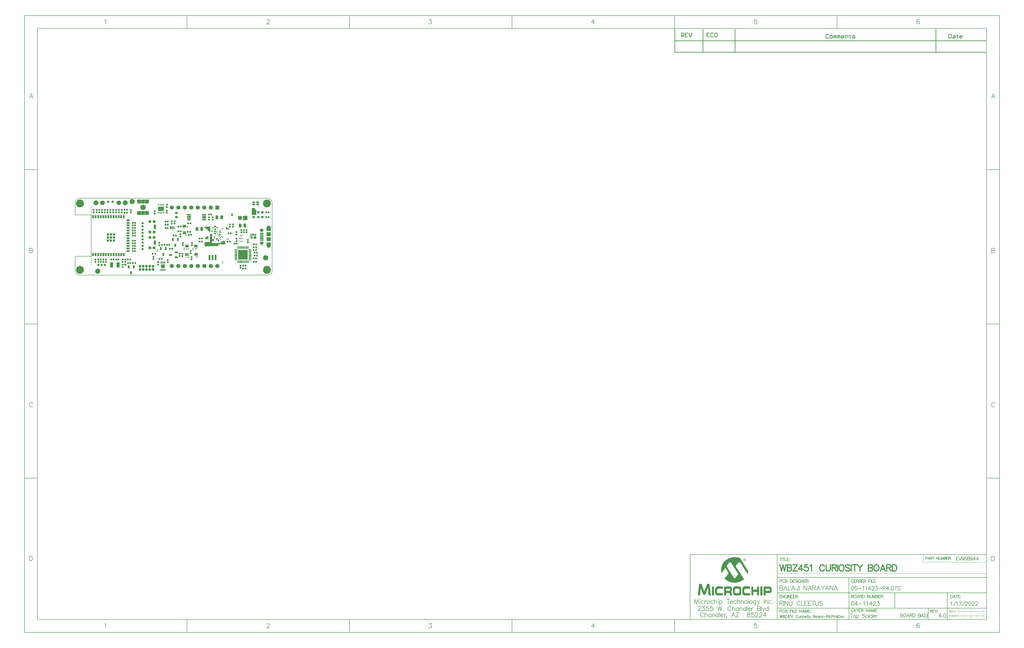
<source format=gts>
G04*
G04 #@! TF.GenerationSoftware,Altium Limited,Altium Designer,19.1.9 (167)*
G04*
G04 Layer_Color=8388736*
%FSLAX43Y43*%
%MOMM*%
G71*
G01*
G75*
%ADD11C,0.100*%
%ADD13C,0.254*%
%ADD15C,0.127*%
%ADD16C,0.200*%
%ADD18C,0.150*%
%ADD22C,0.178*%
%ADD23C,0.180*%
%ADD24C,0.381*%
%ADD27R,1.300X0.700*%
%ADD28R,0.700X1.300*%
%ADD29R,0.900X0.900*%
%ADD42R,0.300X0.850*%
%ADD67R,0.535X0.533*%
%ADD68R,1.224X0.495*%
G04:AMPARAMS|DCode=69|XSize=0.465mm|YSize=0.76mm|CornerRadius=0mm|HoleSize=0mm|Usage=FLASHONLY|Rotation=225.000|XOffset=0mm|YOffset=0mm|HoleType=Round|Shape=Rectangle|*
%AMROTATEDRECTD69*
4,1,4,-0.104,0.433,0.433,-0.104,0.104,-0.433,-0.433,0.104,-0.104,0.433,0.0*
%
%ADD69ROTATEDRECTD69*%

%ADD70R,0.840X0.475*%
%ADD71R,0.859X0.495*%
%ADD72R,0.699X1.042*%
%ADD73R,1.754X0.577*%
%ADD74R,1.133X1.413*%
%ADD75R,1.001X0.841*%
%ADD76R,2.687X1.285*%
%ADD77R,1.061X1.050*%
%ADD78R,1.347X0.591*%
%ADD79R,1.068X0.676*%
%ADD80R,1.673X0.591*%
%ADD81R,2.231X0.591*%
%ADD82R,0.591X2.231*%
%ADD83R,0.850X4.481*%
%ADD84R,3.000X1.735*%
%ADD85R,0.710X0.360*%
%ADD86R,1.000X0.800*%
%ADD87C,0.902*%
G04:AMPARAMS|DCode=88|XSize=1.502mm|YSize=1.002mm|CornerRadius=0.276mm|HoleSize=0mm|Usage=FLASHONLY|Rotation=90.000|XOffset=0mm|YOffset=0mm|HoleType=Round|Shape=RoundedRectangle|*
%AMROUNDEDRECTD88*
21,1,1.502,0.450,0,0,90.0*
21,1,0.950,1.002,0,0,90.0*
1,1,0.552,0.225,0.475*
1,1,0.552,0.225,-0.475*
1,1,0.552,-0.225,-0.475*
1,1,0.552,-0.225,0.475*
%
%ADD88ROUNDEDRECTD88*%
%ADD89R,0.902X0.902*%
%ADD90R,0.602X0.702*%
G04:AMPARAMS|DCode=91|XSize=1.602mm|YSize=1.652mm|CornerRadius=0.276mm|HoleSize=0mm|Usage=FLASHONLY|Rotation=90.000|XOffset=0mm|YOffset=0mm|HoleType=Round|Shape=RoundedRectangle|*
%AMROUNDEDRECTD91*
21,1,1.602,1.100,0,0,90.0*
21,1,1.050,1.652,0,0,90.0*
1,1,0.552,0.550,0.525*
1,1,0.552,0.550,-0.525*
1,1,0.552,-0.550,-0.525*
1,1,0.552,-0.550,0.525*
%
%ADD91ROUNDEDRECTD91*%
G04:AMPARAMS|DCode=92|XSize=0.5mm|YSize=1.45mm|CornerRadius=0.15mm|HoleSize=0mm|Usage=FLASHONLY|Rotation=90.000|XOffset=0mm|YOffset=0mm|HoleType=Round|Shape=RoundedRectangle|*
%AMROUNDEDRECTD92*
21,1,0.500,1.150,0,0,90.0*
21,1,0.200,1.450,0,0,90.0*
1,1,0.300,0.575,0.100*
1,1,0.300,0.575,-0.100*
1,1,0.300,-0.575,-0.100*
1,1,0.300,-0.575,0.100*
%
%ADD92ROUNDEDRECTD92*%
G04:AMPARAMS|DCode=93|XSize=1.002mm|YSize=0.902mm|CornerRadius=0.251mm|HoleSize=0mm|Usage=FLASHONLY|Rotation=180.000|XOffset=0mm|YOffset=0mm|HoleType=Round|Shape=RoundedRectangle|*
%AMROUNDEDRECTD93*
21,1,1.002,0.400,0,0,180.0*
21,1,0.500,0.902,0,0,180.0*
1,1,0.502,-0.250,0.200*
1,1,0.502,0.250,0.200*
1,1,0.502,0.250,-0.200*
1,1,0.502,-0.250,-0.200*
%
%ADD93ROUNDEDRECTD93*%
G04:AMPARAMS|DCode=94|XSize=0.652mm|YSize=0.702mm|CornerRadius=0.188mm|HoleSize=0mm|Usage=FLASHONLY|Rotation=180.000|XOffset=0mm|YOffset=0mm|HoleType=Round|Shape=RoundedRectangle|*
%AMROUNDEDRECTD94*
21,1,0.652,0.325,0,0,180.0*
21,1,0.275,0.702,0,0,180.0*
1,1,0.377,-0.138,0.163*
1,1,0.377,0.138,0.163*
1,1,0.377,0.138,-0.163*
1,1,0.377,-0.138,-0.163*
%
%ADD94ROUNDEDRECTD94*%
%ADD95R,1.102X1.002*%
%ADD96R,0.902X1.802*%
%ADD97R,0.752X1.152*%
%ADD98O,1.552X0.552*%
%ADD99R,1.600X1.400*%
G04:AMPARAMS|DCode=100|XSize=0.42mm|YSize=1.04mm|CornerRadius=0.21mm|HoleSize=0mm|Usage=FLASHONLY|Rotation=0.000|XOffset=0mm|YOffset=0mm|HoleType=Round|Shape=RoundedRectangle|*
%AMROUNDEDRECTD100*
21,1,0.420,0.620,0,0,0.0*
21,1,0.000,1.040,0,0,0.0*
1,1,0.420,0.000,-0.310*
1,1,0.420,0.000,-0.310*
1,1,0.420,0.000,0.310*
1,1,0.420,0.000,0.310*
%
%ADD100ROUNDEDRECTD100*%
G04:AMPARAMS|DCode=101|XSize=0.42mm|YSize=1.04mm|CornerRadius=0.21mm|HoleSize=0mm|Usage=FLASHONLY|Rotation=270.000|XOffset=0mm|YOffset=0mm|HoleType=Round|Shape=RoundedRectangle|*
%AMROUNDEDRECTD101*
21,1,0.420,0.620,0,0,270.0*
21,1,0.000,1.040,0,0,270.0*
1,1,0.420,-0.310,0.000*
1,1,0.420,-0.310,0.000*
1,1,0.420,0.310,0.000*
1,1,0.420,0.310,0.000*
%
%ADD101ROUNDEDRECTD101*%
%ADD102R,3.802X3.802*%
%ADD103R,0.602X0.452*%
G04:AMPARAMS|DCode=104|XSize=0.532mm|YSize=0.602mm|CornerRadius=0.158mm|HoleSize=0mm|Usage=FLASHONLY|Rotation=270.000|XOffset=0mm|YOffset=0mm|HoleType=Round|Shape=RoundedRectangle|*
%AMROUNDEDRECTD104*
21,1,0.532,0.285,0,0,270.0*
21,1,0.215,0.602,0,0,270.0*
1,1,0.317,-0.142,-0.108*
1,1,0.317,-0.142,0.108*
1,1,0.317,0.142,0.108*
1,1,0.317,0.142,-0.108*
%
%ADD104ROUNDEDRECTD104*%
G04:AMPARAMS|DCode=105|XSize=0.402mm|YSize=0.427mm|CornerRadius=0.132mm|HoleSize=0mm|Usage=FLASHONLY|Rotation=180.000|XOffset=0mm|YOffset=0mm|HoleType=Round|Shape=RoundedRectangle|*
%AMROUNDEDRECTD105*
21,1,0.402,0.163,0,0,180.0*
21,1,0.138,0.427,0,0,180.0*
1,1,0.265,-0.069,0.081*
1,1,0.265,0.069,0.081*
1,1,0.265,0.069,-0.081*
1,1,0.265,-0.069,-0.081*
%
%ADD105ROUNDEDRECTD105*%
G04:AMPARAMS|DCode=106|XSize=0.652mm|YSize=0.702mm|CornerRadius=0.188mm|HoleSize=0mm|Usage=FLASHONLY|Rotation=90.000|XOffset=0mm|YOffset=0mm|HoleType=Round|Shape=RoundedRectangle|*
%AMROUNDEDRECTD106*
21,1,0.652,0.325,0,0,90.0*
21,1,0.275,0.702,0,0,90.0*
1,1,0.377,0.163,0.138*
1,1,0.377,0.163,-0.138*
1,1,0.377,-0.163,-0.138*
1,1,0.377,-0.163,0.138*
%
%ADD106ROUNDEDRECTD106*%
%ADD107R,1.152X0.752*%
%ADD108R,0.452X0.702*%
%ADD109R,2.202X1.702*%
%ADD110R,0.702X2.002*%
G04:AMPARAMS|DCode=111|XSize=0.402mm|YSize=0.427mm|CornerRadius=0.132mm|HoleSize=0mm|Usage=FLASHONLY|Rotation=270.000|XOffset=0mm|YOffset=0mm|HoleType=Round|Shape=RoundedRectangle|*
%AMROUNDEDRECTD111*
21,1,0.402,0.163,0,0,270.0*
21,1,0.138,0.427,0,0,270.0*
1,1,0.265,-0.081,-0.069*
1,1,0.265,-0.081,0.069*
1,1,0.265,0.081,0.069*
1,1,0.265,0.081,-0.069*
%
%ADD111ROUNDEDRECTD111*%
G04:AMPARAMS|DCode=112|XSize=1.202mm|YSize=2.002mm|CornerRadius=0.161mm|HoleSize=0mm|Usage=FLASHONLY|Rotation=180.000|XOffset=0mm|YOffset=0mm|HoleType=Round|Shape=RoundedRectangle|*
%AMROUNDEDRECTD112*
21,1,1.202,1.680,0,0,180.0*
21,1,0.880,2.002,0,0,180.0*
1,1,0.322,-0.440,0.840*
1,1,0.322,0.440,0.840*
1,1,0.322,0.440,-0.840*
1,1,0.322,-0.440,-0.840*
%
%ADD112ROUNDEDRECTD112*%
%ADD113C,2.016*%
%ADD114R,0.908X0.648*%
%ADD115R,0.708X0.408*%
%ADD116R,1.108X0.408*%
%ADD117R,1.108X0.508*%
%ADD118C,2.100*%
%ADD119R,1.500X1.500*%
%ADD120R,1.400X1.500*%
G04:AMPARAMS|DCode=121|XSize=0.402mm|YSize=0.427mm|CornerRadius=0.132mm|HoleSize=0mm|Usage=FLASHONLY|Rotation=135.000|XOffset=0mm|YOffset=0mm|HoleType=Round|Shape=RoundedRectangle|*
%AMROUNDEDRECTD121*
21,1,0.402,0.163,0,0,135.0*
21,1,0.138,0.427,0,0,135.0*
1,1,0.265,0.009,0.106*
1,1,0.265,0.106,0.009*
1,1,0.265,-0.009,-0.106*
1,1,0.265,-0.106,-0.009*
%
%ADD121ROUNDEDRECTD121*%
G04:AMPARAMS|DCode=122|XSize=0.652mm|YSize=0.702mm|CornerRadius=0.188mm|HoleSize=0mm|Usage=FLASHONLY|Rotation=135.000|XOffset=0mm|YOffset=0mm|HoleType=Round|Shape=RoundedRectangle|*
%AMROUNDEDRECTD122*
21,1,0.652,0.325,0,0,135.0*
21,1,0.275,0.702,0,0,135.0*
1,1,0.377,0.018,0.212*
1,1,0.377,0.212,0.018*
1,1,0.377,-0.018,-0.212*
1,1,0.377,-0.212,-0.018*
%
%ADD122ROUNDEDRECTD122*%
G04:AMPARAMS|DCode=123|XSize=0.402mm|YSize=0.427mm|CornerRadius=0.132mm|HoleSize=0mm|Usage=FLASHONLY|Rotation=45.000|XOffset=0mm|YOffset=0mm|HoleType=Round|Shape=RoundedRectangle|*
%AMROUNDEDRECTD123*
21,1,0.402,0.163,0,0,45.0*
21,1,0.138,0.427,0,0,45.0*
1,1,0.265,0.106,-0.009*
1,1,0.265,0.009,-0.106*
1,1,0.265,-0.106,0.009*
1,1,0.265,-0.009,0.106*
%
%ADD123ROUNDEDRECTD123*%
%ADD124C,0.914*%
%ADD125R,1.702X1.702*%
%ADD126C,1.702*%
%ADD127C,1.626*%
%ADD128R,1.626X1.626*%
%ADD129C,1.352*%
G04:AMPARAMS|DCode=130|XSize=1.352mm|YSize=1.352mm|CornerRadius=0.676mm|HoleSize=0mm|Usage=FLASHONLY|Rotation=90.000|XOffset=0mm|YOffset=0mm|HoleType=Round|Shape=RoundedRectangle|*
%AMROUNDEDRECTD130*
21,1,1.352,0.000,0,0,90.0*
21,1,0.000,1.352,0,0,90.0*
1,1,1.352,0.000,0.000*
1,1,1.352,0.000,0.000*
1,1,1.352,0.000,0.000*
1,1,1.352,0.000,0.000*
%
%ADD130ROUNDEDRECTD130*%
%ADD131C,1.652*%
%ADD132C,1.102*%
%ADD133C,1.802*%
%ADD134P,1.950X8X202.5*%
%ADD135C,0.354*%
%ADD136C,3.100*%
%ADD137C,1.013*%
G36*
X70769Y25426D02*
X70769Y23556D01*
X68988Y23556D01*
X68988Y26228D01*
X69967Y26228D01*
X70769Y25426D01*
X70769Y25426D02*
G37*
G36*
X261671Y-110862D02*
X261761Y-110877D01*
X261865Y-110921D01*
X261954Y-110981D01*
X262043Y-111085D01*
X262103Y-111204D01*
X262133Y-111383D01*
X262133Y-111412D01*
X262118Y-111472D01*
X262103Y-111561D01*
X262058Y-111665D01*
X261999Y-111770D01*
X261895Y-111859D01*
X261761Y-111933D01*
X261582Y-111963D01*
X261537Y-111963D01*
X261493Y-111948D01*
X261448Y-111948D01*
X261299Y-111889D01*
X261240Y-111859D01*
X261165Y-111799D01*
X261165Y-111784D01*
X261136Y-111770D01*
X261076Y-111680D01*
X261017Y-111546D01*
X261002Y-111472D01*
X260987Y-111383D01*
X260987Y-111368D01*
X260987Y-111338D01*
X261017Y-111249D01*
X261076Y-111130D01*
X261165Y-111011D01*
X261180Y-110996D01*
X261195Y-110981D01*
X261284Y-110921D01*
X261418Y-110877D01*
X261493Y-110847D01*
X261612Y-110847D01*
X261671Y-110862D01*
X261671Y-110862D02*
G37*
G36*
X258055Y-110356D02*
X258174Y-110356D01*
X258457Y-110400D01*
X258769Y-110445D01*
X259127Y-110520D01*
X259484Y-110624D01*
X259826Y-110772D01*
X262996Y-115803D01*
X262996Y-115817D01*
X262996Y-115847D01*
X262981Y-115892D01*
X262981Y-115966D01*
X262951Y-116130D01*
X262907Y-116353D01*
X262907Y-116368D01*
X262892Y-116398D01*
X262877Y-116457D01*
X262862Y-116547D01*
X262847Y-116636D01*
X262817Y-116740D01*
X262743Y-116978D01*
X259990Y-112662D01*
X259975Y-112648D01*
X259960Y-112618D01*
X259915Y-112558D01*
X259856Y-112499D01*
X259781Y-112439D01*
X259692Y-112380D01*
X259603Y-112350D01*
X259499Y-112335D01*
X259454Y-112335D01*
X259409Y-112350D01*
X259350Y-112380D01*
X259275Y-112410D01*
X259201Y-112469D01*
X259127Y-112543D01*
X259037Y-112648D01*
X258115Y-113913D01*
X261359Y-119002D01*
X261344Y-119017D01*
X261284Y-119062D01*
X261195Y-119136D01*
X261076Y-119211D01*
X260927Y-119330D01*
X260749Y-119434D01*
X260540Y-119568D01*
X260317Y-119687D01*
X260049Y-119821D01*
X259766Y-119955D01*
X259454Y-120059D01*
X259127Y-120163D01*
X258769Y-120252D01*
X258397Y-120327D01*
X258010Y-120371D01*
X257609Y-120386D01*
X257504Y-120386D01*
X257400Y-120371D01*
X257237Y-120356D01*
X257043Y-120342D01*
X256820Y-120297D01*
X256582Y-120252D01*
X256299Y-120178D01*
X256016Y-120089D01*
X255704Y-119984D01*
X255391Y-119850D01*
X255064Y-119687D01*
X254736Y-119493D01*
X254409Y-119285D01*
X254096Y-119032D01*
X253784Y-118734D01*
X255153Y-116844D01*
X255168Y-116829D01*
X255183Y-116785D01*
X255213Y-116695D01*
X255227Y-116621D01*
X255242Y-116547D01*
X255242Y-116517D01*
X255227Y-116442D01*
X255183Y-116309D01*
X255094Y-116145D01*
X254082Y-114567D01*
X252579Y-116666D01*
X252579Y-116651D01*
X252579Y-116636D01*
X252549Y-116547D01*
X252519Y-116428D01*
X252489Y-116249D01*
X252459Y-116041D01*
X252430Y-115817D01*
X252415Y-115550D01*
X252400Y-115282D01*
X252400Y-115252D01*
X252400Y-115192D01*
X252415Y-115088D01*
X252430Y-114954D01*
X252445Y-114776D01*
X252474Y-114582D01*
X252519Y-114359D01*
X252579Y-114121D01*
X252653Y-113868D01*
X252757Y-113585D01*
X252876Y-113302D01*
X253010Y-113020D01*
X253174Y-112737D01*
X253367Y-112439D01*
X253590Y-112157D01*
X253843Y-111889D01*
X253858Y-111874D01*
X253918Y-111814D01*
X254007Y-111740D01*
X254126Y-111651D01*
X254275Y-111531D01*
X254469Y-111398D01*
X254677Y-111264D01*
X254915Y-111115D01*
X255183Y-110966D01*
X255480Y-110832D01*
X255808Y-110698D01*
X256150Y-110579D01*
X256522Y-110490D01*
X256909Y-110400D01*
X257326Y-110356D01*
X257757Y-110341D01*
X257951Y-110341D01*
X258055Y-110356D01*
X258055Y-110356D02*
G37*
G36*
X263308Y-121815D02*
X263383Y-121815D01*
X263427Y-121830D01*
X263442Y-121830D01*
X263472Y-121845D01*
X263561Y-121889D01*
X263621Y-121934D01*
X263665Y-121993D01*
X263710Y-122083D01*
X263740Y-122172D01*
X263740Y-122187D01*
X263740Y-122202D01*
X263755Y-122246D01*
X263755Y-122321D01*
X263755Y-122395D01*
X263770Y-122485D01*
X263770Y-122604D01*
X263770Y-122738D01*
X261895Y-122693D01*
X261880Y-122693D01*
X261835Y-122708D01*
X261761Y-122723D01*
X261686Y-122767D01*
X261597Y-122857D01*
X261537Y-122976D01*
X261478Y-123139D01*
X261463Y-123258D01*
X261463Y-123377D01*
X261463Y-123764D01*
X261463Y-123794D01*
X261463Y-123869D01*
X261493Y-123988D01*
X261523Y-124107D01*
X261567Y-124226D01*
X261642Y-124345D01*
X261746Y-124419D01*
X261805Y-124434D01*
X261880Y-124449D01*
X263799Y-124449D01*
X263799Y-124479D01*
X263799Y-124538D01*
X263799Y-124628D01*
X263785Y-124747D01*
X263770Y-124851D01*
X263755Y-124970D01*
X263725Y-125059D01*
X263695Y-125133D01*
X263695Y-125148D01*
X263665Y-125163D01*
X263621Y-125193D01*
X263561Y-125223D01*
X263487Y-125267D01*
X263368Y-125297D01*
X263234Y-125312D01*
X263055Y-125327D01*
X261656Y-125327D01*
X261537Y-125312D01*
X261403Y-125282D01*
X261255Y-125238D01*
X261106Y-125163D01*
X260972Y-125074D01*
X260868Y-124955D01*
X260868Y-124940D01*
X260838Y-124895D01*
X260823Y-124836D01*
X260793Y-124747D01*
X260764Y-124613D01*
X260734Y-124464D01*
X260719Y-124300D01*
X260704Y-124092D01*
X260704Y-123065D01*
X260704Y-123050D01*
X260704Y-123020D01*
X260704Y-122976D01*
X260704Y-122916D01*
X260734Y-122767D01*
X260764Y-122589D01*
X260808Y-122395D01*
X260883Y-122217D01*
X260987Y-122053D01*
X261121Y-121934D01*
X261136Y-121934D01*
X261165Y-121919D01*
X261210Y-121889D01*
X261284Y-121859D01*
X261374Y-121845D01*
X261493Y-121815D01*
X261612Y-121800D01*
X263130Y-121800D01*
X263308Y-121815D01*
X263308Y-121815D02*
G37*
G36*
X267237Y-125297D02*
X266493Y-125297D01*
X266493Y-123988D01*
X264945Y-123988D01*
X264945Y-125297D01*
X264261Y-125297D01*
X264261Y-121830D01*
X264945Y-121830D01*
X264945Y-123065D01*
X266493Y-123065D01*
X266493Y-121830D01*
X267237Y-121830D01*
X267237Y-125297D01*
X267237Y-125297D02*
G37*
G36*
X247534Y-120714D02*
X247593Y-120728D01*
X247682Y-120758D01*
X247757Y-120833D01*
X247831Y-120922D01*
X247891Y-121056D01*
X247921Y-121234D01*
X248382Y-125297D01*
X247519Y-125297D01*
X247281Y-122380D01*
X247266Y-122380D01*
X246373Y-124717D01*
X246373Y-124732D01*
X246343Y-124776D01*
X246298Y-124836D01*
X246254Y-124910D01*
X246179Y-124985D01*
X246090Y-125044D01*
X245971Y-125089D01*
X245852Y-125104D01*
X245792Y-125104D01*
X245718Y-125089D01*
X245644Y-125059D01*
X245554Y-125014D01*
X245465Y-124940D01*
X245376Y-124851D01*
X245316Y-124717D01*
X244438Y-122425D01*
X244423Y-122425D01*
X244170Y-125297D01*
X243322Y-125297D01*
X243768Y-121190D01*
X243768Y-121175D01*
X243783Y-121115D01*
X243813Y-121041D01*
X243843Y-120937D01*
X243902Y-120848D01*
X243992Y-120773D01*
X244096Y-120714D01*
X244230Y-120699D01*
X244304Y-120699D01*
X244379Y-120728D01*
X244483Y-120758D01*
X244572Y-120818D01*
X244676Y-120892D01*
X244780Y-121011D01*
X244855Y-121160D01*
X245837Y-123675D01*
X245852Y-123675D01*
X246849Y-121160D01*
X246864Y-121145D01*
X246879Y-121086D01*
X246923Y-121011D01*
X246998Y-120922D01*
X247087Y-120848D01*
X247191Y-120773D01*
X247325Y-120714D01*
X247474Y-120699D01*
X247489Y-120699D01*
X247534Y-120714D01*
X247534Y-120714D02*
G37*
G36*
X271359Y-121845D02*
X271464Y-121859D01*
X271598Y-121904D01*
X271746Y-121979D01*
X271865Y-122083D01*
X271984Y-122232D01*
X272059Y-122425D01*
X272059Y-122440D01*
X272074Y-122470D01*
X272074Y-122514D01*
X272089Y-122589D01*
X272104Y-122678D01*
X272104Y-122782D01*
X272118Y-122901D01*
X272118Y-123035D01*
X272118Y-123303D01*
X272118Y-123333D01*
X272118Y-123407D01*
X272104Y-123511D01*
X272089Y-123645D01*
X272029Y-123943D01*
X271984Y-124077D01*
X271910Y-124196D01*
X271910Y-124211D01*
X271880Y-124226D01*
X271791Y-124300D01*
X271642Y-124389D01*
X271553Y-124404D01*
X271449Y-124419D01*
X269722Y-124419D01*
X269722Y-125297D01*
X269008Y-125297D01*
X269008Y-121830D01*
X271285Y-121830D01*
X271359Y-121845D01*
X271359Y-121845D02*
G37*
G36*
X268547Y-125297D02*
X267743Y-125297D01*
X267743Y-121830D01*
X268547Y-121830D01*
X268547Y-125297D01*
X268547Y-125297D02*
G37*
G36*
X256046Y-121845D02*
X256165Y-121889D01*
X256284Y-121964D01*
X256344Y-122008D01*
X256403Y-122083D01*
X256463Y-122172D01*
X256522Y-122261D01*
X256567Y-122395D01*
X256597Y-122529D01*
X256626Y-122693D01*
X256626Y-122871D01*
X256626Y-123080D01*
X256626Y-123095D01*
X256626Y-123110D01*
X256626Y-123199D01*
X256612Y-123318D01*
X256582Y-123467D01*
X256537Y-123616D01*
X256463Y-123749D01*
X256373Y-123869D01*
X256239Y-123943D01*
X256239Y-123958D01*
X256254Y-123958D01*
X256299Y-123988D01*
X256359Y-124032D01*
X256433Y-124092D01*
X256507Y-124181D01*
X256567Y-124315D01*
X256612Y-124494D01*
X256626Y-124717D01*
X256626Y-125297D01*
X255897Y-125297D01*
X255897Y-124881D01*
X255897Y-124866D01*
X255897Y-124836D01*
X255897Y-124791D01*
X255897Y-124732D01*
X255882Y-124613D01*
X255882Y-124553D01*
X255867Y-124523D01*
X255853Y-124508D01*
X255808Y-124449D01*
X255733Y-124404D01*
X255614Y-124389D01*
X254320Y-124389D01*
X254320Y-125297D01*
X253590Y-125297D01*
X253590Y-121830D01*
X255972Y-121830D01*
X256046Y-121845D01*
X256046Y-121845D02*
G37*
G36*
X249632Y-125297D02*
X248813Y-125297D01*
X248813Y-121830D01*
X249632Y-121830D01*
X249632Y-125297D01*
X249632Y-125297D02*
G37*
G36*
X259469Y-121815D02*
X259603Y-121845D01*
X259737Y-121874D01*
X259871Y-121934D01*
X259990Y-122008D01*
X260079Y-122112D01*
X260094Y-122127D01*
X260109Y-122172D01*
X260153Y-122246D01*
X260198Y-122351D01*
X260228Y-122485D01*
X260272Y-122633D01*
X260287Y-122827D01*
X260302Y-123050D01*
X260302Y-124077D01*
X260302Y-124092D01*
X260302Y-124122D01*
X260302Y-124166D01*
X260302Y-124226D01*
X260272Y-124389D01*
X260243Y-124583D01*
X260183Y-124791D01*
X260094Y-124985D01*
X259960Y-125148D01*
X259885Y-125208D01*
X259796Y-125253D01*
X259781Y-125253D01*
X259766Y-125267D01*
X259722Y-125282D01*
X259662Y-125282D01*
X259588Y-125297D01*
X259499Y-125312D01*
X259275Y-125327D01*
X257996Y-125327D01*
X257891Y-125312D01*
X257772Y-125282D01*
X257623Y-125238D01*
X257490Y-125178D01*
X257356Y-125104D01*
X257251Y-124985D01*
X257237Y-124970D01*
X257222Y-124925D01*
X257192Y-124866D01*
X257162Y-124761D01*
X257117Y-124642D01*
X257088Y-124479D01*
X257073Y-124300D01*
X257058Y-124077D01*
X257058Y-123050D01*
X257058Y-123035D01*
X257058Y-123005D01*
X257058Y-122946D01*
X257073Y-122886D01*
X257088Y-122708D01*
X257132Y-122514D01*
X257207Y-122291D01*
X257311Y-122098D01*
X257370Y-122023D01*
X257460Y-121949D01*
X257549Y-121889D01*
X257653Y-121845D01*
X257668Y-121845D01*
X257683Y-121830D01*
X257772Y-121815D01*
X257921Y-121800D01*
X259380Y-121800D01*
X259469Y-121815D01*
X259469Y-121815D02*
G37*
G36*
X252400Y-121815D02*
X252579Y-121815D01*
X252727Y-121830D01*
X252861Y-121845D01*
X252906Y-121859D01*
X252936Y-121874D01*
X252951Y-121874D01*
X252965Y-121904D01*
X252995Y-121949D01*
X253040Y-122023D01*
X253070Y-122127D01*
X253099Y-122276D01*
X253114Y-122455D01*
X253129Y-122693D01*
X251224Y-122693D01*
X251150Y-122708D01*
X251046Y-122752D01*
X250942Y-122827D01*
X250927Y-122857D01*
X250912Y-122886D01*
X250882Y-122946D01*
X250867Y-123020D01*
X250837Y-123110D01*
X250822Y-123229D01*
X250822Y-123377D01*
X250822Y-123764D01*
X250822Y-123779D01*
X250822Y-123824D01*
X250822Y-123898D01*
X250837Y-123973D01*
X250852Y-124151D01*
X250867Y-124226D01*
X250882Y-124285D01*
X250897Y-124315D01*
X250956Y-124360D01*
X251075Y-124419D01*
X251150Y-124434D01*
X251239Y-124449D01*
X253174Y-124449D01*
X253174Y-124464D01*
X253174Y-124523D01*
X253174Y-124613D01*
X253159Y-124717D01*
X253129Y-124940D01*
X253099Y-125029D01*
X253070Y-125104D01*
X253070Y-125119D01*
X253040Y-125133D01*
X252995Y-125178D01*
X252936Y-125208D01*
X252861Y-125253D01*
X252742Y-125297D01*
X252608Y-125312D01*
X252430Y-125327D01*
X251031Y-125327D01*
X250927Y-125312D01*
X250808Y-125297D01*
X250659Y-125253D01*
X250525Y-125208D01*
X250406Y-125133D01*
X250302Y-125044D01*
X250287Y-125029D01*
X250272Y-124985D01*
X250227Y-124925D01*
X250183Y-124821D01*
X250138Y-124687D01*
X250108Y-124523D01*
X250078Y-124315D01*
X250063Y-124077D01*
X250063Y-123050D01*
X250063Y-123035D01*
X250063Y-123005D01*
X250063Y-122946D01*
X250078Y-122871D01*
X250108Y-122693D01*
X250153Y-122470D01*
X250242Y-122261D01*
X250361Y-122053D01*
X250450Y-121979D01*
X250540Y-121904D01*
X250659Y-121845D01*
X250778Y-121815D01*
X250808Y-121815D01*
X250867Y-121800D01*
X252236Y-121800D01*
X252400Y-121815D01*
X252400Y-121815D02*
G37*
%LPC*%
G36*
X261582Y-110936D02*
X261508Y-110936D01*
X261418Y-110966D01*
X261329Y-110996D01*
X261240Y-111040D01*
X261150Y-111130D01*
X261091Y-111234D01*
X261076Y-111383D01*
X261076Y-111398D01*
X261076Y-111412D01*
X261091Y-111502D01*
X261136Y-111621D01*
X261225Y-111740D01*
X261255Y-111755D01*
X261329Y-111799D01*
X261433Y-111859D01*
X261582Y-111874D01*
X261597Y-111874D01*
X261656Y-111859D01*
X261731Y-111844D01*
X261820Y-111814D01*
X261895Y-111755D01*
X261969Y-111665D01*
X262029Y-111546D01*
X262043Y-111383D01*
X262043Y-111368D01*
X262043Y-111308D01*
X262014Y-111234D01*
X261984Y-111159D01*
X261924Y-111070D01*
X261850Y-111011D01*
X261731Y-110951D01*
X261582Y-110936D01*
X261582Y-110936D02*
G37*
%LPD*%
G36*
X261701Y-111100D02*
X261790Y-111145D01*
X261805Y-111204D01*
X261820Y-111264D01*
X261820Y-111293D01*
X261805Y-111353D01*
X261746Y-111427D01*
X261716Y-111442D01*
X261656Y-111457D01*
X261835Y-111740D01*
X261731Y-111740D01*
X261552Y-111457D01*
X261448Y-111457D01*
X261448Y-111740D01*
X261344Y-111740D01*
X261344Y-111070D01*
X261627Y-111070D01*
X261701Y-111100D01*
X261701Y-111100D02*
G37*
%LPC*%
G36*
X261612Y-111159D02*
X261448Y-111159D01*
X261448Y-111368D01*
X261627Y-111368D01*
X261671Y-111353D01*
X261701Y-111323D01*
X261716Y-111264D01*
X261716Y-111249D01*
X261701Y-111204D01*
X261671Y-111174D01*
X261612Y-111159D01*
X261612Y-111159D02*
G37*
G36*
X255927Y-112320D02*
X255882Y-112320D01*
X255838Y-112335D01*
X255778Y-112365D01*
X255704Y-112395D01*
X255614Y-112454D01*
X255540Y-112529D01*
X255451Y-112633D01*
X254543Y-113898D01*
X257251Y-118169D01*
X257266Y-118184D01*
X257296Y-118228D01*
X257341Y-118288D01*
X257400Y-118362D01*
X257460Y-118437D01*
X257534Y-118496D01*
X257623Y-118541D01*
X257698Y-118556D01*
X257743Y-118556D01*
X257787Y-118541D01*
X257862Y-118526D01*
X257936Y-118481D01*
X258010Y-118437D01*
X258085Y-118362D01*
X258159Y-118273D01*
X259112Y-116919D01*
X256403Y-112648D01*
X256388Y-112633D01*
X256373Y-112603D01*
X256329Y-112543D01*
X256269Y-112484D01*
X256195Y-112424D01*
X256120Y-112365D01*
X256031Y-112335D01*
X255927Y-112320D01*
X255927Y-112320D02*
G37*
G36*
X271092Y-122678D02*
X269722Y-122678D01*
X269722Y-123556D01*
X271166Y-123556D01*
X271211Y-123541D01*
X271255Y-123511D01*
X271285Y-123467D01*
X271330Y-123407D01*
X271345Y-123318D01*
X271359Y-123199D01*
X271359Y-123065D01*
X271359Y-123050D01*
X271359Y-123005D01*
X271345Y-122946D01*
X271330Y-122871D01*
X271300Y-122797D01*
X271240Y-122738D01*
X271181Y-122693D01*
X271092Y-122678D01*
X271092Y-122678D02*
G37*
G36*
X255585Y-122678D02*
X254320Y-122678D01*
X254320Y-123541D01*
X255704Y-123541D01*
X255748Y-123526D01*
X255808Y-123496D01*
X255853Y-123452D01*
X255897Y-123377D01*
X255927Y-123288D01*
X255942Y-123169D01*
X255942Y-123065D01*
X255942Y-123050D01*
X255942Y-123005D01*
X255927Y-122946D01*
X255897Y-122871D01*
X255853Y-122797D01*
X255793Y-122738D01*
X255704Y-122693D01*
X255585Y-122678D01*
X255585Y-122678D02*
G37*
G36*
X259186Y-122678D02*
X258219Y-122678D01*
X258129Y-122693D01*
X258010Y-122752D01*
X257951Y-122782D01*
X257906Y-122842D01*
X257891Y-122871D01*
X257876Y-122916D01*
X257862Y-122961D01*
X257832Y-123035D01*
X257817Y-123124D01*
X257802Y-123243D01*
X257802Y-123377D01*
X257802Y-123764D01*
X257802Y-123779D01*
X257802Y-123824D01*
X257802Y-123898D01*
X257817Y-123973D01*
X257832Y-124151D01*
X257847Y-124241D01*
X257876Y-124300D01*
X257891Y-124330D01*
X257951Y-124375D01*
X258055Y-124419D01*
X258204Y-124449D01*
X259156Y-124449D01*
X259216Y-124434D01*
X259290Y-124419D01*
X259365Y-124360D01*
X259454Y-124285D01*
X259513Y-124166D01*
X259573Y-123988D01*
X259588Y-123883D01*
X259588Y-123764D01*
X259588Y-123377D01*
X259588Y-123363D01*
X259588Y-123318D01*
X259588Y-123243D01*
X259573Y-123169D01*
X259528Y-122991D01*
X259484Y-122901D01*
X259439Y-122842D01*
X259439Y-122827D01*
X259409Y-122812D01*
X259350Y-122752D01*
X259246Y-122708D01*
X259186Y-122678D01*
X259186Y-122678D02*
G37*
%LPD*%
D11*
X274322Y-116797D02*
X356142Y-116797D01*
X331322Y-112297D02*
X331322Y-109297D01*
X356142Y-112297D02*
X356142Y-112297D01*
X331322Y-112297D02*
X356142Y-112297D01*
X350022Y-131897D02*
X350022Y-131297D01*
X352482Y-133932D02*
X352482Y-132662D01*
X349942Y-133932D02*
X349942Y-132662D01*
X347402Y-133932D02*
X347402Y-132662D01*
X355022Y-133932D02*
X355022Y-132662D01*
X344862Y-133932D02*
X344862Y-132662D01*
X344862Y-133297D02*
X355022Y-133297D01*
X355022Y-132097D02*
X355022Y-131097D01*
X345022Y-132097D02*
X345022Y-131097D01*
X345022Y-131597D02*
X355022Y-131597D01*
X341555Y-132897D02*
X341222Y-133364D01*
X341722Y-133364D01*
X341555Y-132897D02*
X341555Y-133597D01*
X342045Y-132897D02*
X341945Y-132931D01*
X341879Y-133031D01*
X341845Y-133197D01*
X341845Y-133297D01*
X341879Y-133464D01*
X341945Y-133564D01*
X342045Y-133597D01*
X342112Y-133597D01*
X342212Y-133564D01*
X342278Y-133464D01*
X342312Y-133297D01*
X342312Y-133197D01*
X342278Y-133031D01*
X342212Y-132931D01*
X342112Y-132897D01*
X342045Y-132897D01*
X342668Y-132897D02*
X342568Y-132931D01*
X342502Y-133031D01*
X342468Y-133197D01*
X342468Y-133297D01*
X342502Y-133464D01*
X342568Y-133564D01*
X342668Y-133597D01*
X342735Y-133597D01*
X342835Y-133564D01*
X342902Y-133464D01*
X342935Y-133297D01*
X342935Y-133197D01*
X342902Y-133031D01*
X342835Y-132931D01*
X342735Y-132897D01*
X342668Y-132897D01*
X343092Y-133131D02*
X343092Y-133597D01*
X343092Y-133264D02*
X343192Y-133164D01*
X343258Y-133131D01*
X343358Y-133131D01*
X343425Y-133164D01*
X343458Y-133264D01*
X343458Y-133597D01*
X343458Y-133264D02*
X343558Y-133164D01*
X343625Y-133131D01*
X343725Y-133131D01*
X343791Y-133164D01*
X343825Y-133264D01*
X343825Y-133597D01*
X344111Y-132897D02*
X344145Y-132931D01*
X344178Y-132897D01*
X344145Y-132864D01*
X344111Y-132897D01*
X344145Y-133131D02*
X344145Y-133597D01*
X344301Y-132897D02*
X344301Y-133597D01*
X341322Y-131331D02*
X341389Y-131297D01*
X341489Y-131197D01*
X341489Y-131897D01*
X342035Y-131197D02*
X341935Y-131231D01*
X341869Y-131331D01*
X341835Y-131497D01*
X341835Y-131597D01*
X341869Y-131764D01*
X341935Y-131864D01*
X342035Y-131897D01*
X342102Y-131897D01*
X342202Y-131864D01*
X342268Y-131764D01*
X342302Y-131597D01*
X342302Y-131497D01*
X342268Y-131331D01*
X342202Y-131231D01*
X342102Y-131197D01*
X342035Y-131197D01*
X342458Y-131431D02*
X342458Y-131897D01*
X342458Y-131564D02*
X342558Y-131464D01*
X342625Y-131431D01*
X342725Y-131431D01*
X342792Y-131464D01*
X342825Y-131564D01*
X342825Y-131897D01*
X342825Y-131564D02*
X342925Y-131464D01*
X342992Y-131431D01*
X343092Y-131431D01*
X343158Y-131464D01*
X343192Y-131564D01*
X343192Y-131897D01*
X343412Y-131431D02*
X343412Y-131897D01*
X343412Y-131564D02*
X343512Y-131464D01*
X343578Y-131431D01*
X343678Y-131431D01*
X343745Y-131464D01*
X343778Y-131564D01*
X343778Y-131897D01*
X343778Y-131564D02*
X343878Y-131464D01*
X343945Y-131431D01*
X344045Y-131431D01*
X344111Y-131464D01*
X344145Y-131564D01*
X344145Y-131897D01*
D13*
X245322Y87203D02*
X245322Y91703D01*
X336322Y87203D02*
X336322Y91703D01*
X234322Y87203D02*
X355822Y87203D01*
X234322Y87203D02*
X234322Y91703D01*
X336322Y91703D02*
X336322Y96203D01*
X257822Y91703D02*
X257822Y96203D01*
X245322Y91703D02*
X245322Y96203D01*
X234322Y91703D02*
X355822Y91703D01*
X234322Y91703D02*
X234322Y96203D01*
X257822Y87203D02*
X257822Y91703D01*
X341322Y94226D02*
X341322Y92703D01*
X342084Y92703D01*
X342338Y92957D01*
X342338Y93972D01*
X342084Y94226D01*
X341322Y94226D01*
X343099Y93718D02*
X343607Y93718D01*
X343861Y93465D01*
X343861Y92703D01*
X343099Y92703D01*
X342846Y92957D01*
X343099Y93211D01*
X343861Y93211D01*
X344623Y93972D02*
X344623Y93718D01*
X344369Y93718D01*
X344877Y93718D01*
X344623Y93718D01*
X344623Y92957D01*
X344877Y92703D01*
X346400Y92703D02*
X345893Y92703D01*
X345639Y92957D01*
X345639Y93465D01*
X345893Y93718D01*
X346400Y93718D01*
X346654Y93465D01*
X346654Y93211D01*
X345639Y93211D01*
X294338Y93972D02*
X294084Y94226D01*
X293576Y94226D01*
X293322Y93972D01*
X293322Y92957D01*
X293576Y92703D01*
X294084Y92703D01*
X294338Y92957D01*
X295099Y92703D02*
X295607Y92703D01*
X295861Y92957D01*
X295861Y93465D01*
X295607Y93718D01*
X295099Y93718D01*
X294846Y93465D01*
X294846Y92957D01*
X295099Y92703D01*
X296369Y92703D02*
X296369Y93718D01*
X296623Y93718D01*
X296877Y93465D01*
X296877Y92703D01*
X296877Y93465D01*
X297131Y93718D01*
X297385Y93465D01*
X297385Y92703D01*
X297893Y92703D02*
X297893Y93718D01*
X298146Y93718D01*
X298400Y93465D01*
X298400Y92703D01*
X298400Y93465D01*
X298654Y93718D01*
X298908Y93465D01*
X298908Y92703D01*
X300178Y92703D02*
X299670Y92703D01*
X299416Y92957D01*
X299416Y93465D01*
X299670Y93718D01*
X300178Y93718D01*
X300432Y93465D01*
X300432Y93211D01*
X299416Y93211D01*
X300940Y92703D02*
X300940Y93718D01*
X301701Y93718D01*
X301955Y93465D01*
X301955Y92703D01*
X302717Y93972D02*
X302717Y93718D01*
X302463Y93718D01*
X302971Y93718D01*
X302717Y93718D01*
X302717Y92957D01*
X302971Y92703D01*
X303733Y92703D02*
X304494Y92703D01*
X304748Y92957D01*
X304494Y93211D01*
X303987Y93211D01*
X303733Y93465D01*
X303987Y93718D01*
X304748Y93718D01*
X247838Y94726D02*
X246822Y94726D01*
X246822Y93203D01*
X247838Y93203D01*
X246822Y93965D02*
X247330Y93965D01*
X249361Y94472D02*
X249107Y94726D01*
X248599Y94726D01*
X248346Y94472D01*
X248346Y93457D01*
X248599Y93203D01*
X249107Y93203D01*
X249361Y93457D01*
X250631Y94726D02*
X250123Y94726D01*
X249869Y94472D01*
X249869Y93457D01*
X250123Y93203D01*
X250631Y93203D01*
X250885Y93457D01*
X250885Y94472D01*
X250631Y94726D01*
X236822Y93203D02*
X236822Y94726D01*
X237584Y94726D01*
X237838Y94472D01*
X237838Y93965D01*
X237584Y93711D01*
X236822Y93711D01*
X237330Y93711D02*
X237838Y93203D01*
X239361Y94726D02*
X238346Y94726D01*
X238346Y93203D01*
X239361Y93203D01*
X238346Y93965D02*
X238853Y93965D01*
X239869Y94726D02*
X239869Y93711D01*
X240377Y93203D01*
X240885Y93711D01*
X240885Y94726D01*
D15*
X1734Y29999D02*
G03*
X0Y28264I0J-1734D01*
G01*
X77000Y28146D02*
G03*
X75147Y29999I-1853J0D01*
G01*
X75283Y0D02*
G03*
X77000Y1717I0J1717D01*
G01*
X0Y1649D02*
G03*
X1649Y0I1649J0D01*
G01*
X-1Y7341D02*
X6274Y7341D01*
X-1Y1702D02*
X-1Y7341D01*
X6274Y7341D02*
X6274Y23495D01*
X0Y23495D02*
X6274Y23495D01*
X0Y23495D02*
X0Y28264D01*
X1649Y-0D02*
X75283Y0D01*
X1734Y29999D02*
X75147Y29999D01*
X77000Y1717D02*
X77000Y28146D01*
X274322Y-134717D02*
X274322Y-109297D01*
X240322Y-134717D02*
X240322Y-109297D01*
X356142Y-109297D01*
X297722Y96423D02*
X297722Y101503D01*
X234222Y96423D02*
X234222Y101503D01*
X170722Y96423D02*
X170722Y101503D01*
X107222Y96423D02*
X107222Y101503D01*
X-14698Y96423D02*
X356142Y96423D01*
X-19778Y101503D02*
X361222Y101503D01*
X43722Y96423D02*
X43722Y101503D01*
X356142Y-134717D02*
X356142Y96423D01*
X361222Y-139797D02*
X361222Y101503D01*
X356142Y41178D02*
X361222Y41178D01*
X356142Y-19147D02*
X361222Y-19147D01*
X356142Y-79472D02*
X361222Y-79472D01*
X297722Y-139797D02*
X297722Y-134717D01*
X234222Y-139797D02*
X234222Y-134717D01*
X170722Y-139797D02*
X170722Y-134717D01*
X107222Y-139797D02*
X107222Y-134717D01*
X356142Y-134717D02*
X356142Y-104237D01*
X-19778Y-139797D02*
X-19778Y101503D01*
X-19778Y-139797D02*
X361222Y-139797D01*
X-14698Y-134717D02*
X-14698Y96423D01*
X-14698Y-134717D02*
X356142Y-134717D01*
X-19778Y41178D02*
X-14698Y41178D01*
X-19778Y-19147D02*
X-14698Y-19147D01*
X-19778Y-79472D02*
X-14698Y-79472D01*
X43722Y-139797D02*
X43722Y-134717D01*
X206282Y-134717D02*
X241842Y-134717D01*
X274322Y-130297D02*
X356142Y-130297D01*
X274322Y-124297D02*
X356142Y-124297D01*
X340822Y-134717D02*
X340822Y-124297D01*
X302322Y-134717D02*
X302322Y-118297D01*
X274322Y-118297D02*
X356142Y-118297D01*
X320322Y-130297D02*
X320322Y-124297D01*
X333322Y-134717D02*
X333322Y-130297D01*
X304138Y-119427D02*
X304084Y-119318D01*
X303975Y-119209D01*
X303866Y-119154D01*
X303648Y-119154D01*
X303540Y-119209D01*
X303431Y-119318D01*
X303376Y-119427D01*
X303322Y-119590D01*
X303322Y-119862D01*
X303376Y-120025D01*
X303431Y-120134D01*
X303540Y-120243D01*
X303648Y-120297D01*
X303866Y-120297D01*
X303975Y-120243D01*
X304084Y-120134D01*
X304138Y-120025D01*
X304138Y-119862D01*
X303866Y-119862D02*
X304138Y-119862D01*
X305107Y-119154D02*
X304399Y-119154D01*
X304399Y-120297D01*
X305107Y-120297D01*
X304399Y-119699D02*
X304835Y-119699D01*
X305297Y-119154D02*
X305297Y-120297D01*
X305297Y-119154D02*
X305787Y-119154D01*
X305950Y-119209D01*
X306005Y-119263D01*
X306059Y-119372D01*
X306059Y-119481D01*
X306005Y-119590D01*
X305950Y-119644D01*
X305787Y-119699D01*
X305297Y-119699D01*
X305678Y-119699D02*
X306059Y-120297D01*
X306315Y-119154D02*
X306315Y-120297D01*
X306315Y-119154D02*
X306805Y-119154D01*
X306968Y-119209D01*
X307022Y-119263D01*
X307077Y-119372D01*
X307077Y-119481D01*
X307022Y-119590D01*
X306968Y-119644D01*
X306805Y-119699D01*
X306315Y-119699D02*
X306805Y-119699D01*
X306968Y-119753D01*
X307022Y-119807D01*
X307077Y-119916D01*
X307077Y-120080D01*
X307022Y-120188D01*
X306968Y-120243D01*
X306805Y-120297D01*
X306315Y-120297D01*
X308040Y-119154D02*
X307333Y-119154D01*
X307333Y-120297D01*
X308040Y-120297D01*
X307333Y-119699D02*
X307768Y-119699D01*
X308230Y-119154D02*
X308230Y-120297D01*
X308230Y-119154D02*
X308720Y-119154D01*
X308883Y-119209D01*
X308938Y-119263D01*
X308992Y-119372D01*
X308992Y-119481D01*
X308938Y-119590D01*
X308883Y-119644D01*
X308720Y-119699D01*
X308230Y-119699D01*
X308611Y-119699D02*
X308992Y-120297D01*
X310146Y-119154D02*
X310146Y-120297D01*
X310146Y-119154D02*
X310853Y-119154D01*
X310146Y-119699D02*
X310581Y-119699D01*
X310984Y-119154D02*
X310984Y-120297D01*
X311223Y-119154D02*
X311223Y-120297D01*
X311876Y-120297D01*
X312709Y-119154D02*
X312001Y-119154D01*
X312001Y-120297D01*
X312709Y-120297D01*
X312001Y-119699D02*
X312437Y-119699D01*
X312954Y-119535D02*
X312899Y-119590D01*
X312954Y-119644D01*
X313008Y-119590D01*
X312954Y-119535D01*
X312954Y-120188D02*
X312899Y-120243D01*
X312954Y-120297D01*
X313008Y-120243D01*
X312954Y-120188D01*
X275322Y-133031D02*
X275564Y-134047D01*
X275806Y-133031D02*
X275564Y-134047D01*
X275806Y-133031D02*
X276048Y-134047D01*
X276289Y-133031D02*
X276048Y-134047D01*
X276493Y-133031D02*
X276493Y-134047D01*
X276493Y-133031D02*
X276928Y-133031D01*
X277073Y-133080D01*
X277121Y-133128D01*
X277170Y-133225D01*
X277170Y-133322D01*
X277121Y-133418D01*
X277073Y-133467D01*
X276928Y-133515D01*
X276493Y-133515D02*
X276928Y-133515D01*
X277073Y-133563D01*
X277121Y-133612D01*
X277170Y-133709D01*
X277170Y-133854D01*
X277121Y-133950D01*
X277073Y-133999D01*
X276928Y-134047D01*
X276493Y-134047D01*
X278074Y-133031D02*
X277397Y-134047D01*
X277397Y-133031D02*
X278074Y-133031D01*
X277397Y-134047D02*
X278074Y-134047D01*
X278785Y-133031D02*
X278302Y-133709D01*
X279027Y-133709D01*
X278785Y-133031D02*
X278785Y-134047D01*
X279787Y-133031D02*
X279303Y-133031D01*
X279255Y-133467D01*
X279303Y-133418D01*
X279448Y-133370D01*
X279593Y-133370D01*
X279738Y-133418D01*
X279835Y-133515D01*
X279883Y-133660D01*
X279883Y-133757D01*
X279835Y-133902D01*
X279738Y-133999D01*
X279593Y-134047D01*
X279448Y-134047D01*
X279303Y-133999D01*
X279255Y-133950D01*
X279206Y-133854D01*
X280111Y-133225D02*
X280207Y-133177D01*
X280353Y-133031D01*
X280353Y-134047D01*
X282379Y-133273D02*
X282331Y-133177D01*
X282234Y-133080D01*
X282137Y-133031D01*
X281944Y-133031D01*
X281847Y-133080D01*
X281750Y-133177D01*
X281702Y-133273D01*
X281654Y-133418D01*
X281654Y-133660D01*
X281702Y-133805D01*
X281750Y-133902D01*
X281847Y-133999D01*
X281944Y-134047D01*
X282137Y-134047D01*
X282234Y-133999D01*
X282331Y-133902D01*
X282379Y-133805D01*
X282665Y-133370D02*
X282665Y-133854D01*
X282713Y-133999D01*
X282810Y-134047D01*
X282955Y-134047D01*
X283052Y-133999D01*
X283197Y-133854D01*
X283197Y-133370D02*
X283197Y-134047D01*
X283463Y-133370D02*
X283463Y-134047D01*
X283463Y-133660D02*
X283511Y-133515D01*
X283608Y-133418D01*
X283705Y-133370D01*
X283850Y-133370D01*
X284038Y-133031D02*
X284087Y-133080D01*
X284135Y-133031D01*
X284087Y-132983D01*
X284038Y-133031D01*
X284087Y-133370D02*
X284087Y-134047D01*
X284556Y-133370D02*
X284459Y-133418D01*
X284362Y-133515D01*
X284314Y-133660D01*
X284314Y-133757D01*
X284362Y-133902D01*
X284459Y-133999D01*
X284556Y-134047D01*
X284701Y-134047D01*
X284798Y-133999D01*
X284895Y-133902D01*
X284943Y-133757D01*
X284943Y-133660D01*
X284895Y-133515D01*
X284798Y-133418D01*
X284701Y-133370D01*
X284556Y-133370D01*
X285697Y-133515D02*
X285649Y-133418D01*
X285504Y-133370D01*
X285359Y-133370D01*
X285214Y-133418D01*
X285165Y-133515D01*
X285214Y-133612D01*
X285311Y-133660D01*
X285552Y-133709D01*
X285649Y-133757D01*
X285697Y-133854D01*
X285697Y-133902D01*
X285649Y-133999D01*
X285504Y-134047D01*
X285359Y-134047D01*
X285214Y-133999D01*
X285165Y-133902D01*
X286007Y-133031D02*
X286055Y-133080D01*
X286104Y-133031D01*
X286055Y-132983D01*
X286007Y-133031D01*
X286055Y-133370D02*
X286055Y-134047D01*
X286428Y-133031D02*
X286428Y-133854D01*
X286476Y-133999D01*
X286573Y-134047D01*
X286670Y-134047D01*
X286283Y-133370D02*
X286621Y-133370D01*
X286863Y-133370D02*
X287153Y-134047D01*
X287444Y-133370D02*
X287153Y-134047D01*
X287057Y-134241D01*
X286960Y-134337D01*
X286863Y-134386D01*
X286815Y-134386D01*
X288411Y-133031D02*
X288411Y-134047D01*
X288411Y-133031D02*
X288846Y-133031D01*
X288992Y-133080D01*
X289040Y-133128D01*
X289088Y-133225D01*
X289088Y-133322D01*
X289040Y-133418D01*
X288992Y-133467D01*
X288846Y-133515D01*
X288411Y-133515D02*
X288846Y-133515D01*
X288992Y-133563D01*
X289040Y-133612D01*
X289088Y-133709D01*
X289088Y-133854D01*
X289040Y-133950D01*
X288992Y-133999D01*
X288846Y-134047D01*
X288411Y-134047D01*
X289557Y-133370D02*
X289461Y-133418D01*
X289364Y-133515D01*
X289316Y-133660D01*
X289316Y-133757D01*
X289364Y-133902D01*
X289461Y-133999D01*
X289557Y-134047D01*
X289703Y-134047D01*
X289799Y-133999D01*
X289896Y-133902D01*
X289944Y-133757D01*
X289944Y-133660D01*
X289896Y-133515D01*
X289799Y-133418D01*
X289703Y-133370D01*
X289557Y-133370D01*
X290747Y-133370D02*
X290747Y-134047D01*
X290747Y-133515D02*
X290651Y-133418D01*
X290554Y-133370D01*
X290409Y-133370D01*
X290312Y-133418D01*
X290215Y-133515D01*
X290167Y-133660D01*
X290167Y-133757D01*
X290215Y-133902D01*
X290312Y-133999D01*
X290409Y-134047D01*
X290554Y-134047D01*
X290651Y-133999D01*
X290747Y-133902D01*
X291018Y-133370D02*
X291018Y-134047D01*
X291018Y-133660D02*
X291067Y-133515D01*
X291163Y-133418D01*
X291260Y-133370D01*
X291405Y-133370D01*
X292078Y-133031D02*
X292078Y-134047D01*
X292078Y-133515D02*
X291981Y-133418D01*
X291884Y-133370D01*
X291739Y-133370D01*
X291642Y-133418D01*
X291546Y-133515D01*
X291497Y-133660D01*
X291497Y-133757D01*
X291546Y-133902D01*
X291642Y-133999D01*
X291739Y-134047D01*
X291884Y-134047D01*
X291981Y-133999D01*
X292078Y-133902D01*
X292348Y-133612D02*
X293219Y-133612D01*
X293519Y-133031D02*
X293519Y-134047D01*
X293519Y-133031D02*
X293954Y-133031D01*
X294099Y-133080D01*
X294148Y-133128D01*
X294196Y-133225D01*
X294196Y-133322D01*
X294148Y-133418D01*
X294099Y-133467D01*
X293954Y-133515D01*
X293519Y-133515D01*
X293858Y-133515D02*
X294196Y-134047D01*
X294907Y-133031D02*
X294424Y-133709D01*
X295149Y-133709D01*
X294907Y-133031D02*
X294907Y-134047D01*
X295376Y-133950D02*
X295328Y-133999D01*
X295376Y-134047D01*
X295425Y-133999D01*
X295376Y-133950D01*
X295647Y-133563D02*
X296083Y-133563D01*
X296228Y-133515D01*
X296276Y-133467D01*
X296325Y-133370D01*
X296325Y-133225D01*
X296276Y-133128D01*
X296228Y-133080D01*
X296083Y-133031D01*
X295647Y-133031D01*
X295647Y-134047D01*
X297132Y-133515D02*
X297036Y-133418D01*
X296939Y-133370D01*
X296794Y-133370D01*
X296697Y-133418D01*
X296600Y-133515D01*
X296552Y-133660D01*
X296552Y-133757D01*
X296600Y-133902D01*
X296697Y-133999D01*
X296794Y-134047D01*
X296939Y-134047D01*
X297036Y-133999D01*
X297132Y-133902D01*
X297350Y-133031D02*
X297350Y-134047D01*
X297350Y-133515D02*
X297447Y-133418D01*
X297543Y-133370D01*
X297689Y-133370D01*
X297785Y-133418D01*
X297882Y-133515D01*
X297930Y-133660D01*
X297930Y-133757D01*
X297882Y-133902D01*
X297785Y-133999D01*
X297689Y-134047D01*
X297543Y-134047D01*
X297447Y-133999D01*
X297350Y-133902D01*
X298148Y-133031D02*
X298148Y-134047D01*
X298148Y-133031D02*
X298487Y-133031D01*
X298632Y-133080D01*
X298729Y-133177D01*
X298777Y-133273D01*
X298825Y-133418D01*
X298825Y-133660D01*
X298777Y-133805D01*
X298729Y-133902D01*
X298632Y-133999D01*
X298487Y-134047D01*
X298148Y-134047D01*
X299294Y-133370D02*
X299198Y-133418D01*
X299101Y-133515D01*
X299053Y-133660D01*
X299053Y-133757D01*
X299101Y-133902D01*
X299198Y-133999D01*
X299294Y-134047D01*
X299440Y-134047D01*
X299536Y-133999D01*
X299633Y-133902D01*
X299681Y-133757D01*
X299681Y-133660D01*
X299633Y-133515D01*
X299536Y-133418D01*
X299440Y-133370D01*
X299294Y-133370D01*
X300484Y-133515D02*
X300388Y-133418D01*
X300291Y-133370D01*
X300146Y-133370D01*
X300049Y-133418D01*
X299952Y-133515D01*
X299904Y-133660D01*
X299904Y-133757D01*
X299952Y-133902D01*
X300049Y-133999D01*
X300146Y-134047D01*
X300291Y-134047D01*
X300388Y-133999D01*
X300484Y-133902D01*
X276029Y-125154D02*
X275322Y-125154D01*
X275322Y-126297D01*
X276029Y-126297D01*
X275322Y-125699D02*
X275757Y-125699D01*
X276220Y-125154D02*
X276220Y-126297D01*
X276220Y-125154D02*
X276982Y-126297D01*
X276982Y-125154D02*
X276982Y-126297D01*
X278114Y-125427D02*
X278059Y-125318D01*
X277950Y-125209D01*
X277842Y-125154D01*
X277624Y-125154D01*
X277515Y-125209D01*
X277406Y-125318D01*
X277352Y-125427D01*
X277297Y-125590D01*
X277297Y-125862D01*
X277352Y-126025D01*
X277406Y-126134D01*
X277515Y-126243D01*
X277624Y-126297D01*
X277842Y-126297D01*
X277950Y-126243D01*
X278059Y-126134D01*
X278114Y-126025D01*
X278114Y-125862D01*
X277842Y-125862D02*
X278114Y-125862D01*
X278375Y-125154D02*
X278375Y-126297D01*
X278614Y-125154D02*
X278614Y-126297D01*
X278614Y-125154D02*
X279376Y-126297D01*
X279376Y-125154D02*
X279376Y-126297D01*
X280399Y-125154D02*
X279692Y-125154D01*
X279692Y-126297D01*
X280399Y-126297D01*
X279692Y-125699D02*
X280127Y-125699D01*
X281297Y-125154D02*
X280590Y-125154D01*
X280590Y-126297D01*
X281297Y-126297D01*
X280590Y-125699D02*
X281025Y-125699D01*
X281487Y-125154D02*
X281487Y-126297D01*
X281487Y-125154D02*
X281977Y-125154D01*
X282140Y-125209D01*
X282195Y-125263D01*
X282249Y-125372D01*
X282249Y-125481D01*
X282195Y-125590D01*
X282140Y-125644D01*
X281977Y-125699D01*
X281487Y-125699D01*
X281868Y-125699D02*
X282249Y-126297D01*
X282559Y-125535D02*
X282505Y-125590D01*
X282559Y-125644D01*
X282614Y-125590D01*
X282559Y-125535D01*
X282559Y-126188D02*
X282505Y-126243D01*
X282559Y-126297D01*
X282614Y-126243D01*
X282559Y-126188D01*
X275703Y-110654D02*
X275703Y-111797D01*
X275322Y-110654D02*
X276084Y-110654D01*
X276220Y-110654D02*
X276220Y-111797D01*
X276840Y-110654D02*
X276840Y-111797D01*
X276459Y-110654D02*
X277221Y-110654D01*
X277357Y-110654D02*
X277357Y-111797D01*
X278010Y-111797D01*
X278843Y-110654D02*
X278135Y-110654D01*
X278135Y-111797D01*
X278843Y-111797D01*
X278135Y-111199D02*
X278571Y-111199D01*
X279088Y-111035D02*
X279033Y-111090D01*
X279088Y-111144D01*
X279142Y-111090D01*
X279088Y-111035D01*
X279088Y-111688D02*
X279033Y-111743D01*
X279088Y-111797D01*
X279142Y-111743D01*
X279088Y-111688D01*
X275322Y-119753D02*
X275812Y-119753D01*
X275975Y-119699D01*
X276029Y-119644D01*
X276084Y-119535D01*
X276084Y-119372D01*
X276029Y-119263D01*
X275975Y-119209D01*
X275812Y-119154D01*
X275322Y-119154D01*
X275322Y-120297D01*
X277156Y-119427D02*
X277101Y-119318D01*
X276993Y-119209D01*
X276884Y-119154D01*
X276666Y-119154D01*
X276557Y-119209D01*
X276448Y-119318D01*
X276394Y-119427D01*
X276340Y-119590D01*
X276340Y-119862D01*
X276394Y-120025D01*
X276448Y-120134D01*
X276557Y-120243D01*
X276666Y-120297D01*
X276884Y-120297D01*
X276993Y-120243D01*
X277101Y-120134D01*
X277156Y-120025D01*
X277477Y-119154D02*
X277477Y-120297D01*
X277477Y-119154D02*
X277967Y-119154D01*
X278130Y-119209D01*
X278184Y-119263D01*
X278239Y-119372D01*
X278239Y-119481D01*
X278184Y-119590D01*
X278130Y-119644D01*
X277967Y-119699D01*
X277477Y-119699D02*
X277967Y-119699D01*
X278130Y-119753D01*
X278184Y-119807D01*
X278239Y-119916D01*
X278239Y-120080D01*
X278184Y-120188D01*
X278130Y-120243D01*
X277967Y-120297D01*
X277477Y-120297D01*
X279392Y-119154D02*
X279392Y-120297D01*
X279392Y-119154D02*
X279773Y-119154D01*
X279937Y-119209D01*
X280045Y-119318D01*
X280100Y-119427D01*
X280154Y-119590D01*
X280154Y-119862D01*
X280100Y-120025D01*
X280045Y-120134D01*
X279937Y-120243D01*
X279773Y-120297D01*
X279392Y-120297D01*
X281117Y-119154D02*
X280410Y-119154D01*
X280410Y-120297D01*
X281117Y-120297D01*
X280410Y-119699D02*
X280845Y-119699D01*
X282070Y-119318D02*
X281961Y-119209D01*
X281798Y-119154D01*
X281580Y-119154D01*
X281417Y-119209D01*
X281308Y-119318D01*
X281308Y-119427D01*
X281362Y-119535D01*
X281417Y-119590D01*
X281526Y-119644D01*
X281852Y-119753D01*
X281961Y-119807D01*
X282015Y-119862D01*
X282070Y-119971D01*
X282070Y-120134D01*
X281961Y-120243D01*
X281798Y-120297D01*
X281580Y-120297D01*
X281417Y-120243D01*
X281308Y-120134D01*
X282325Y-119154D02*
X282325Y-120297D01*
X283381Y-119427D02*
X283327Y-119318D01*
X283218Y-119209D01*
X283109Y-119154D01*
X282891Y-119154D01*
X282783Y-119209D01*
X282674Y-119318D01*
X282619Y-119427D01*
X282565Y-119590D01*
X282565Y-119862D01*
X282619Y-120025D01*
X282674Y-120134D01*
X282783Y-120243D01*
X282891Y-120297D01*
X283109Y-120297D01*
X283218Y-120243D01*
X283327Y-120134D01*
X283381Y-120025D01*
X283381Y-119862D01*
X283109Y-119862D02*
X283381Y-119862D01*
X283642Y-119154D02*
X283642Y-120297D01*
X283642Y-119154D02*
X284404Y-120297D01*
X284404Y-119154D02*
X284404Y-120297D01*
X285427Y-119154D02*
X284720Y-119154D01*
X284720Y-120297D01*
X285427Y-120297D01*
X284720Y-119699D02*
X285155Y-119699D01*
X285618Y-119154D02*
X285618Y-120297D01*
X285618Y-119154D02*
X286107Y-119154D01*
X286271Y-119209D01*
X286325Y-119263D01*
X286380Y-119372D01*
X286380Y-119481D01*
X286325Y-119590D01*
X286271Y-119644D01*
X286107Y-119699D01*
X285618Y-119699D01*
X285999Y-119699D02*
X286380Y-120297D01*
X286690Y-119535D02*
X286635Y-119590D01*
X286690Y-119644D01*
X286744Y-119590D01*
X286690Y-119535D01*
X286690Y-120188D02*
X286635Y-120243D01*
X286690Y-120297D01*
X286744Y-120243D01*
X286690Y-120188D01*
X275322Y-131503D02*
X275812Y-131503D01*
X275975Y-131449D01*
X276029Y-131394D01*
X276084Y-131285D01*
X276084Y-131122D01*
X276029Y-131013D01*
X275975Y-130959D01*
X275812Y-130904D01*
X275322Y-130904D01*
X275322Y-132047D01*
X277156Y-131177D02*
X277101Y-131068D01*
X276993Y-130959D01*
X276884Y-130904D01*
X276666Y-130904D01*
X276557Y-130959D01*
X276448Y-131068D01*
X276394Y-131177D01*
X276340Y-131340D01*
X276340Y-131612D01*
X276394Y-131775D01*
X276448Y-131884D01*
X276557Y-131993D01*
X276666Y-132047D01*
X276884Y-132047D01*
X276993Y-131993D01*
X277101Y-131884D01*
X277156Y-131775D01*
X277477Y-130904D02*
X277477Y-132047D01*
X277477Y-130904D02*
X277967Y-130904D01*
X278130Y-130959D01*
X278184Y-131013D01*
X278239Y-131122D01*
X278239Y-131231D01*
X278184Y-131340D01*
X278130Y-131394D01*
X277967Y-131449D01*
X277477Y-131449D02*
X277967Y-131449D01*
X278130Y-131503D01*
X278184Y-131557D01*
X278239Y-131666D01*
X278239Y-131830D01*
X278184Y-131938D01*
X278130Y-131993D01*
X277967Y-132047D01*
X277477Y-132047D01*
X279392Y-130904D02*
X279392Y-132047D01*
X279392Y-130904D02*
X280100Y-130904D01*
X279392Y-131449D02*
X279828Y-131449D01*
X280230Y-130904D02*
X280230Y-132047D01*
X280470Y-130904D02*
X280470Y-132047D01*
X281123Y-132047D01*
X281955Y-130904D02*
X281248Y-130904D01*
X281248Y-132047D01*
X281955Y-132047D01*
X281248Y-131449D02*
X281683Y-131449D01*
X283044Y-130904D02*
X283044Y-132047D01*
X283044Y-130904D02*
X283806Y-132047D01*
X283806Y-130904D02*
X283806Y-132047D01*
X284992Y-132047D02*
X284557Y-130904D01*
X284121Y-132047D01*
X284284Y-131666D02*
X284829Y-131666D01*
X285259Y-130904D02*
X285259Y-132047D01*
X285259Y-130904D02*
X285694Y-132047D01*
X286129Y-130904D02*
X285694Y-132047D01*
X286129Y-130904D02*
X286129Y-132047D01*
X287163Y-130904D02*
X286456Y-130904D01*
X286456Y-132047D01*
X287163Y-132047D01*
X286456Y-131449D02*
X286891Y-131449D01*
X287408Y-131285D02*
X287354Y-131340D01*
X287408Y-131394D01*
X287462Y-131340D01*
X287408Y-131285D01*
X287408Y-131938D02*
X287354Y-131993D01*
X287408Y-132047D01*
X287462Y-131993D01*
X287408Y-131938D01*
X303322Y-125154D02*
X303322Y-126297D01*
X303322Y-125154D02*
X303812Y-125154D01*
X303975Y-125209D01*
X304029Y-125263D01*
X304084Y-125372D01*
X304084Y-125481D01*
X304029Y-125590D01*
X303975Y-125644D01*
X303812Y-125699D01*
X303322Y-125699D02*
X303812Y-125699D01*
X303975Y-125753D01*
X304029Y-125807D01*
X304084Y-125916D01*
X304084Y-126080D01*
X304029Y-126188D01*
X303975Y-126243D01*
X303812Y-126297D01*
X303322Y-126297D01*
X304666Y-125154D02*
X304557Y-125209D01*
X304448Y-125318D01*
X304394Y-125427D01*
X304340Y-125590D01*
X304340Y-125862D01*
X304394Y-126025D01*
X304448Y-126134D01*
X304557Y-126243D01*
X304666Y-126297D01*
X304884Y-126297D01*
X304993Y-126243D01*
X305101Y-126134D01*
X305156Y-126025D01*
X305210Y-125862D01*
X305210Y-125590D01*
X305156Y-125427D01*
X305101Y-125318D01*
X304993Y-125209D01*
X304884Y-125154D01*
X304666Y-125154D01*
X306348Y-126297D02*
X305912Y-125154D01*
X305477Y-126297D01*
X305640Y-125916D02*
X306184Y-125916D01*
X306614Y-125154D02*
X306614Y-126297D01*
X306614Y-125154D02*
X307104Y-125154D01*
X307267Y-125209D01*
X307322Y-125263D01*
X307376Y-125372D01*
X307376Y-125481D01*
X307322Y-125590D01*
X307267Y-125644D01*
X307104Y-125699D01*
X306614Y-125699D01*
X306995Y-125699D02*
X307376Y-126297D01*
X307632Y-125154D02*
X307632Y-126297D01*
X307632Y-125154D02*
X308013Y-125154D01*
X308176Y-125209D01*
X308285Y-125318D01*
X308339Y-125427D01*
X308394Y-125590D01*
X308394Y-125862D01*
X308339Y-126025D01*
X308285Y-126134D01*
X308176Y-126243D01*
X308013Y-126297D01*
X307632Y-126297D01*
X309547Y-125154D02*
X309547Y-126297D01*
X309547Y-125154D02*
X310309Y-126297D01*
X310309Y-125154D02*
X310309Y-126297D01*
X310625Y-125154D02*
X310625Y-125971D01*
X310679Y-126134D01*
X310788Y-126243D01*
X310951Y-126297D01*
X311060Y-126297D01*
X311223Y-126243D01*
X311332Y-126134D01*
X311387Y-125971D01*
X311387Y-125154D01*
X311702Y-125154D02*
X311702Y-126297D01*
X311702Y-125154D02*
X312138Y-126297D01*
X312573Y-125154D02*
X312138Y-126297D01*
X312573Y-125154D02*
X312573Y-126297D01*
X312899Y-125154D02*
X312899Y-126297D01*
X312899Y-125154D02*
X313389Y-125154D01*
X313552Y-125209D01*
X313607Y-125263D01*
X313661Y-125372D01*
X313661Y-125481D01*
X313607Y-125590D01*
X313552Y-125644D01*
X313389Y-125699D01*
X312899Y-125699D02*
X313389Y-125699D01*
X313552Y-125753D01*
X313607Y-125807D01*
X313661Y-125916D01*
X313661Y-126080D01*
X313607Y-126188D01*
X313552Y-126243D01*
X313389Y-126297D01*
X312899Y-126297D01*
X314624Y-125154D02*
X313917Y-125154D01*
X313917Y-126297D01*
X314624Y-126297D01*
X313917Y-125699D02*
X314352Y-125699D01*
X314815Y-125154D02*
X314815Y-126297D01*
X314815Y-125154D02*
X315305Y-125154D01*
X315468Y-125209D01*
X315522Y-125263D01*
X315577Y-125372D01*
X315577Y-125481D01*
X315522Y-125590D01*
X315468Y-125644D01*
X315305Y-125699D01*
X314815Y-125699D01*
X315196Y-125699D02*
X315577Y-126297D01*
X315887Y-125535D02*
X315832Y-125590D01*
X315887Y-125644D01*
X315941Y-125590D01*
X315887Y-125535D01*
X315887Y-126188D02*
X315832Y-126243D01*
X315887Y-126297D01*
X315941Y-126243D01*
X315887Y-126188D01*
X342022Y-125154D02*
X342022Y-126297D01*
X342022Y-125154D02*
X342403Y-125154D01*
X342566Y-125209D01*
X342675Y-125318D01*
X342729Y-125427D01*
X342784Y-125590D01*
X342784Y-125862D01*
X342729Y-126025D01*
X342675Y-126134D01*
X342566Y-126243D01*
X342403Y-126297D01*
X342022Y-126297D01*
X343910Y-126297D02*
X343475Y-125154D01*
X343040Y-126297D01*
X343203Y-125916D02*
X343747Y-125916D01*
X344558Y-125154D02*
X344558Y-126297D01*
X344177Y-125154D02*
X344939Y-125154D01*
X345782Y-125154D02*
X345075Y-125154D01*
X345075Y-126297D01*
X345782Y-126297D01*
X345075Y-125699D02*
X345510Y-125699D01*
X346027Y-125535D02*
X345973Y-125590D01*
X346027Y-125644D01*
X346082Y-125590D01*
X346027Y-125535D01*
X346027Y-126188D02*
X345973Y-126243D01*
X346027Y-126297D01*
X346082Y-126243D01*
X346027Y-126188D01*
X303322Y-130654D02*
X303322Y-131797D01*
X303975Y-131797D01*
X304971Y-131797D02*
X304535Y-130654D01*
X304100Y-131797D01*
X304263Y-131416D02*
X304808Y-131416D01*
X305237Y-130654D02*
X305673Y-131199D01*
X305673Y-131797D01*
X306108Y-130654D02*
X305673Y-131199D01*
X306962Y-130654D02*
X306255Y-130654D01*
X306255Y-131797D01*
X306962Y-131797D01*
X306255Y-131199D02*
X306690Y-131199D01*
X307153Y-130654D02*
X307153Y-131797D01*
X307153Y-130654D02*
X307643Y-130654D01*
X307806Y-130709D01*
X307860Y-130763D01*
X307915Y-130872D01*
X307915Y-130981D01*
X307860Y-131090D01*
X307806Y-131144D01*
X307643Y-131199D01*
X307153Y-131199D01*
X307534Y-131199D02*
X307915Y-131797D01*
X309068Y-130654D02*
X309068Y-131797D01*
X309068Y-130654D02*
X309830Y-131797D01*
X309830Y-130654D02*
X309830Y-131797D01*
X311017Y-131797D02*
X310581Y-130654D01*
X310146Y-131797D01*
X310309Y-131416D02*
X310853Y-131416D01*
X311283Y-130654D02*
X311283Y-131797D01*
X311283Y-130654D02*
X311719Y-131797D01*
X312154Y-130654D02*
X311719Y-131797D01*
X312154Y-130654D02*
X312154Y-131797D01*
X313188Y-130654D02*
X312480Y-130654D01*
X312480Y-131797D01*
X313188Y-131797D01*
X312480Y-131199D02*
X312916Y-131199D01*
X313433Y-131035D02*
X313378Y-131090D01*
X313433Y-131144D01*
X313487Y-131090D01*
X313433Y-131035D01*
X313433Y-131688D02*
X313378Y-131743D01*
X313433Y-131797D01*
X313487Y-131743D01*
X313433Y-131688D01*
X334072Y-130904D02*
X334072Y-132047D01*
X334072Y-130904D02*
X334562Y-130904D01*
X334725Y-130959D01*
X334779Y-131013D01*
X334834Y-131122D01*
X334834Y-131231D01*
X334779Y-131340D01*
X334725Y-131394D01*
X334562Y-131449D01*
X334072Y-131449D01*
X334453Y-131449D02*
X334834Y-132047D01*
X335797Y-130904D02*
X335090Y-130904D01*
X335090Y-132047D01*
X335797Y-132047D01*
X335090Y-131449D02*
X335525Y-131449D01*
X335987Y-130904D02*
X336423Y-132047D01*
X336858Y-130904D02*
X336423Y-132047D01*
X337059Y-131285D02*
X337005Y-131340D01*
X337059Y-131394D01*
X337114Y-131340D01*
X337059Y-131285D01*
X337059Y-131938D02*
X337005Y-131993D01*
X337059Y-132047D01*
X337114Y-131993D01*
X337059Y-131938D01*
D16*
X345108Y-110277D02*
X344322Y-110277D01*
X344322Y-111547D01*
X345108Y-111547D01*
X344322Y-110882D02*
X344806Y-110882D01*
X345320Y-110277D02*
X345803Y-111547D01*
X346287Y-110277D02*
X345803Y-111547D01*
X347236Y-110701D02*
X347176Y-110882D01*
X347055Y-111003D01*
X346874Y-111063D01*
X346813Y-111063D01*
X346632Y-111003D01*
X346511Y-110882D01*
X346450Y-110701D01*
X346450Y-110640D01*
X346511Y-110459D01*
X346632Y-110338D01*
X346813Y-110277D01*
X346874Y-110277D01*
X347055Y-110338D01*
X347176Y-110459D01*
X347236Y-110701D01*
X347236Y-111003D01*
X347176Y-111305D01*
X347055Y-111487D01*
X346874Y-111547D01*
X346753Y-111547D01*
X346571Y-111487D01*
X346511Y-111366D01*
X348307Y-110459D02*
X348246Y-110338D01*
X348065Y-110277D01*
X347944Y-110277D01*
X347762Y-110338D01*
X347641Y-110519D01*
X347581Y-110822D01*
X347581Y-111124D01*
X347641Y-111366D01*
X347762Y-111487D01*
X347944Y-111547D01*
X348004Y-111547D01*
X348186Y-111487D01*
X348307Y-111366D01*
X348367Y-111184D01*
X348367Y-111124D01*
X348307Y-110943D01*
X348186Y-110822D01*
X348004Y-110761D01*
X347944Y-110761D01*
X347762Y-110822D01*
X347641Y-110943D01*
X347581Y-111124D01*
X348645Y-110277D02*
X348645Y-111547D01*
X348645Y-110277D02*
X349189Y-110277D01*
X349371Y-110338D01*
X349431Y-110398D01*
X349492Y-110519D01*
X349492Y-110640D01*
X349431Y-110761D01*
X349371Y-110822D01*
X349189Y-110882D01*
X348645Y-110882D02*
X349189Y-110882D01*
X349371Y-110943D01*
X349431Y-111003D01*
X349492Y-111124D01*
X349492Y-111305D01*
X349431Y-111426D01*
X349371Y-111487D01*
X349189Y-111547D01*
X348645Y-111547D01*
X350562Y-110701D02*
X350501Y-110882D01*
X350380Y-111003D01*
X350199Y-111063D01*
X350139Y-111063D01*
X349957Y-111003D01*
X349836Y-110882D01*
X349776Y-110701D01*
X349776Y-110640D01*
X349836Y-110459D01*
X349957Y-110338D01*
X350139Y-110277D01*
X350199Y-110277D01*
X350380Y-110338D01*
X350501Y-110459D01*
X350562Y-110701D01*
X350562Y-111003D01*
X350501Y-111305D01*
X350380Y-111487D01*
X350199Y-111547D01*
X350078Y-111547D01*
X349897Y-111487D01*
X349836Y-111366D01*
X351511Y-110277D02*
X350906Y-111124D01*
X351813Y-111124D01*
X351511Y-110277D02*
X351511Y-111547D01*
X353005Y-111547D02*
X352521Y-110277D01*
X352037Y-111547D01*
X352219Y-111124D02*
X352823Y-111124D01*
D18*
X303322Y-132548D02*
X303322Y-134047D01*
X302822Y-132548D02*
X303822Y-132548D01*
X304357Y-133047D02*
X304215Y-133119D01*
X304072Y-133262D01*
X304000Y-133476D01*
X304000Y-133619D01*
X304072Y-133833D01*
X304215Y-133976D01*
X304357Y-134047D01*
X304572Y-134047D01*
X304714Y-133976D01*
X304857Y-133833D01*
X304929Y-133619D01*
X304929Y-133476D01*
X304857Y-133262D01*
X304714Y-133119D01*
X304572Y-133047D01*
X304357Y-133047D01*
X305257Y-133047D02*
X305257Y-134547D01*
X305257Y-133262D02*
X305400Y-133119D01*
X305543Y-133047D01*
X305757Y-133047D01*
X305900Y-133119D01*
X306043Y-133262D01*
X306114Y-133476D01*
X306114Y-133619D01*
X306043Y-133833D01*
X305900Y-133976D01*
X305757Y-134047D01*
X305543Y-134047D01*
X305400Y-133976D01*
X305257Y-133833D01*
X308614Y-132762D02*
X308471Y-132619D01*
X308257Y-132548D01*
X307971Y-132548D01*
X307757Y-132619D01*
X307614Y-132762D01*
X307614Y-132905D01*
X307685Y-133047D01*
X307757Y-133119D01*
X307899Y-133190D01*
X308328Y-133333D01*
X308471Y-133404D01*
X308542Y-133476D01*
X308614Y-133619D01*
X308614Y-133833D01*
X308471Y-133976D01*
X308257Y-134047D01*
X307971Y-134047D01*
X307757Y-133976D01*
X307614Y-133833D01*
X309306Y-133047D02*
X309164Y-133119D01*
X309021Y-133262D01*
X308949Y-133476D01*
X308949Y-133619D01*
X309021Y-133833D01*
X309164Y-133976D01*
X309306Y-134047D01*
X309521Y-134047D01*
X309663Y-133976D01*
X309806Y-133833D01*
X309878Y-133619D01*
X309878Y-133476D01*
X309806Y-133262D01*
X309663Y-133119D01*
X309521Y-133047D01*
X309306Y-133047D01*
X310206Y-132548D02*
X310206Y-134047D01*
X311377Y-132548D02*
X311377Y-134047D01*
X311377Y-133262D02*
X311234Y-133119D01*
X311092Y-133047D01*
X310877Y-133047D01*
X310735Y-133119D01*
X310592Y-133262D01*
X310520Y-133476D01*
X310520Y-133619D01*
X310592Y-133833D01*
X310735Y-133976D01*
X310877Y-134047D01*
X311092Y-134047D01*
X311234Y-133976D01*
X311377Y-133833D01*
X311777Y-133476D02*
X312634Y-133476D01*
X312634Y-133333D01*
X312563Y-133190D01*
X312491Y-133119D01*
X312349Y-133047D01*
X312134Y-133047D01*
X311991Y-133119D01*
X311849Y-133262D01*
X311777Y-133476D01*
X311777Y-133619D01*
X311849Y-133833D01*
X311991Y-133976D01*
X312134Y-134047D01*
X312349Y-134047D01*
X312491Y-133976D01*
X312634Y-133833D01*
X312956Y-133047D02*
X312956Y-134047D01*
X312956Y-133476D02*
X313027Y-133262D01*
X313170Y-133119D01*
X313313Y-133047D01*
X313527Y-133047D01*
X322518Y-132525D02*
X322518Y-133795D01*
X322518Y-132525D02*
X323062Y-132525D01*
X323243Y-132586D01*
X323304Y-132646D01*
X323364Y-132767D01*
X323364Y-132888D01*
X323304Y-133009D01*
X323243Y-133070D01*
X323062Y-133130D01*
X322518Y-133130D02*
X323062Y-133130D01*
X323243Y-133190D01*
X323304Y-133251D01*
X323364Y-133372D01*
X323364Y-133553D01*
X323304Y-133674D01*
X323243Y-133735D01*
X323062Y-133795D01*
X322518Y-133795D01*
X324011Y-132525D02*
X323890Y-132586D01*
X323769Y-132707D01*
X323709Y-132828D01*
X323648Y-133009D01*
X323648Y-133311D01*
X323709Y-133493D01*
X323769Y-133614D01*
X323890Y-133735D01*
X324011Y-133795D01*
X324253Y-133795D01*
X324374Y-133735D01*
X324495Y-133614D01*
X324555Y-133493D01*
X324616Y-133311D01*
X324616Y-133009D01*
X324555Y-132828D01*
X324495Y-132707D01*
X324374Y-132586D01*
X324253Y-132525D01*
X324011Y-132525D01*
X325879Y-133795D02*
X325396Y-132525D01*
X324912Y-133795D01*
X325093Y-133372D02*
X325698Y-133372D01*
X326176Y-132525D02*
X326176Y-133795D01*
X326176Y-132525D02*
X326720Y-132525D01*
X326901Y-132586D01*
X326962Y-132646D01*
X327022Y-132767D01*
X327022Y-132888D01*
X326962Y-133009D01*
X326901Y-133070D01*
X326720Y-133130D01*
X326176Y-133130D01*
X326599Y-133130D02*
X327022Y-133795D01*
X327306Y-132525D02*
X327306Y-133795D01*
X327306Y-132525D02*
X327729Y-132525D01*
X327911Y-132586D01*
X328032Y-132707D01*
X328092Y-132828D01*
X328153Y-133009D01*
X328153Y-133311D01*
X328092Y-133493D01*
X328032Y-133614D01*
X327911Y-133735D01*
X327729Y-133795D01*
X327306Y-133795D01*
X329858Y-132284D02*
X329737Y-132404D01*
X329616Y-132586D01*
X329495Y-132828D01*
X329435Y-133130D01*
X329435Y-133372D01*
X329495Y-133674D01*
X329616Y-133916D01*
X329737Y-134097D01*
X329858Y-134218D01*
X329737Y-132404D02*
X329616Y-132646D01*
X329555Y-132828D01*
X329495Y-133130D01*
X329495Y-133372D01*
X329555Y-133674D01*
X329616Y-133856D01*
X329737Y-134097D01*
X330100Y-132525D02*
X330100Y-133795D01*
X330100Y-132525D02*
X330583Y-133795D01*
X331067Y-132525D02*
X330583Y-133795D01*
X331067Y-132525D02*
X331067Y-133795D01*
X331490Y-132828D02*
X331490Y-132767D01*
X331551Y-132646D01*
X331611Y-132586D01*
X331732Y-132525D01*
X331974Y-132525D01*
X332095Y-132586D01*
X332155Y-132646D01*
X332216Y-132767D01*
X332216Y-132888D01*
X332155Y-133009D01*
X332034Y-133190D01*
X331430Y-133795D01*
X332276Y-133795D01*
X332560Y-132284D02*
X332681Y-132404D01*
X332802Y-132586D01*
X332923Y-132828D01*
X332984Y-133130D01*
X332984Y-133372D01*
X332923Y-133674D01*
X332802Y-133916D01*
X332681Y-134097D01*
X332560Y-134218D01*
X332681Y-132404D02*
X332802Y-132646D01*
X332863Y-132828D01*
X332923Y-133130D01*
X332923Y-133372D01*
X332863Y-133674D01*
X332802Y-133856D01*
X332681Y-134097D01*
X342022Y-128083D02*
X342165Y-128012D01*
X342379Y-127798D01*
X342379Y-129297D01*
X343122Y-129511D02*
X344122Y-127798D01*
X344222Y-128083D02*
X344364Y-128012D01*
X344579Y-127798D01*
X344579Y-129297D01*
X346321Y-127798D02*
X345607Y-129297D01*
X345321Y-127798D02*
X346321Y-127798D01*
X346657Y-129511D02*
X347657Y-127798D01*
X347828Y-128155D02*
X347828Y-128083D01*
X347899Y-127940D01*
X347971Y-127869D01*
X348114Y-127798D01*
X348399Y-127798D01*
X348542Y-127869D01*
X348613Y-127940D01*
X348685Y-128083D01*
X348685Y-128226D01*
X348613Y-128369D01*
X348471Y-128583D01*
X347757Y-129297D01*
X348756Y-129297D01*
X349520Y-127798D02*
X349306Y-127869D01*
X349163Y-128083D01*
X349092Y-128440D01*
X349092Y-128654D01*
X349163Y-129012D01*
X349306Y-129226D01*
X349520Y-129297D01*
X349663Y-129297D01*
X349877Y-129226D01*
X350020Y-129012D01*
X350092Y-128654D01*
X350092Y-128440D01*
X350020Y-128083D01*
X349877Y-127869D01*
X349663Y-127798D01*
X349520Y-127798D01*
X350499Y-128155D02*
X350499Y-128083D01*
X350570Y-127940D01*
X350642Y-127869D01*
X350784Y-127798D01*
X351070Y-127798D01*
X351213Y-127869D01*
X351284Y-127940D01*
X351356Y-128083D01*
X351356Y-128226D01*
X351284Y-128369D01*
X351141Y-128583D01*
X350427Y-129297D01*
X351427Y-129297D01*
X351834Y-128155D02*
X351834Y-128083D01*
X351906Y-127940D01*
X351977Y-127869D01*
X352120Y-127798D01*
X352405Y-127798D01*
X352548Y-127869D01*
X352620Y-127940D01*
X352691Y-128083D01*
X352691Y-128226D01*
X352620Y-128369D01*
X352477Y-128583D01*
X351763Y-129297D01*
X352763Y-129297D01*
X332322Y-110821D02*
X332750Y-110821D01*
X332893Y-110773D01*
X332941Y-110726D01*
X332989Y-110631D01*
X332989Y-110488D01*
X332941Y-110393D01*
X332893Y-110345D01*
X332750Y-110297D01*
X332322Y-110297D01*
X332322Y-111297D01*
X333974Y-111297D02*
X333593Y-110297D01*
X333212Y-111297D01*
X333355Y-110964D02*
X333831Y-110964D01*
X334207Y-110297D02*
X334207Y-111297D01*
X334207Y-110297D02*
X334636Y-110297D01*
X334779Y-110345D01*
X334826Y-110393D01*
X334874Y-110488D01*
X334874Y-110583D01*
X334826Y-110678D01*
X334779Y-110726D01*
X334636Y-110773D01*
X334207Y-110773D01*
X334541Y-110773D02*
X334874Y-111297D01*
X335431Y-110297D02*
X335431Y-111297D01*
X335098Y-110297D02*
X335764Y-110297D01*
X336669Y-110297D02*
X336669Y-111297D01*
X336669Y-110297D02*
X337335Y-111297D01*
X337335Y-110297D02*
X337335Y-111297D01*
X337611Y-110297D02*
X337611Y-111012D01*
X337659Y-111154D01*
X337754Y-111250D01*
X337897Y-111297D01*
X337992Y-111297D01*
X338135Y-111250D01*
X338230Y-111154D01*
X338278Y-111012D01*
X338278Y-110297D01*
X338554Y-110297D02*
X338554Y-111297D01*
X338554Y-110297D02*
X338935Y-111297D01*
X339316Y-110297D02*
X338935Y-111297D01*
X339316Y-110297D02*
X339316Y-111297D01*
X339601Y-110297D02*
X339601Y-111297D01*
X339601Y-110297D02*
X340030Y-110297D01*
X340173Y-110345D01*
X340220Y-110393D01*
X340268Y-110488D01*
X340268Y-110583D01*
X340220Y-110678D01*
X340173Y-110726D01*
X340030Y-110773D01*
X339601Y-110773D02*
X340030Y-110773D01*
X340173Y-110821D01*
X340220Y-110869D01*
X340268Y-110964D01*
X340268Y-111107D01*
X340220Y-111202D01*
X340173Y-111250D01*
X340030Y-111297D01*
X339601Y-111297D01*
X341111Y-110297D02*
X340492Y-110297D01*
X340492Y-111297D01*
X341111Y-111297D01*
X340492Y-110773D02*
X340873Y-110773D01*
X341277Y-110297D02*
X341277Y-111297D01*
X341277Y-110297D02*
X341706Y-110297D01*
X341849Y-110345D01*
X341896Y-110393D01*
X341944Y-110488D01*
X341944Y-110583D01*
X341896Y-110678D01*
X341849Y-110726D01*
X341706Y-110773D01*
X341277Y-110773D01*
X341611Y-110773D02*
X341944Y-111297D01*
X342215Y-110631D02*
X342168Y-110678D01*
X342215Y-110726D01*
X342263Y-110678D01*
X342215Y-110631D01*
X342215Y-111202D02*
X342168Y-111250D01*
X342215Y-111297D01*
X342263Y-111250D01*
X342215Y-111202D01*
D22*
X338192Y-132441D02*
X337478Y-133441D01*
X338549Y-133441D01*
X338192Y-132441D02*
X338192Y-133941D01*
X338885Y-133798D02*
X338814Y-133869D01*
X338885Y-133941D01*
X338957Y-133869D01*
X338885Y-133798D01*
X339714Y-132441D02*
X339499Y-132512D01*
X339356Y-132727D01*
X339285Y-133084D01*
X339285Y-133298D01*
X339356Y-133655D01*
X339499Y-133869D01*
X339714Y-133941D01*
X339856Y-133941D01*
X340071Y-133869D01*
X340213Y-133655D01*
X340285Y-133298D01*
X340285Y-133084D01*
X340213Y-132727D01*
X340071Y-132512D01*
X339856Y-132441D01*
X339714Y-132441D01*
X338192Y-132441D02*
X337478Y-133441D01*
X338549Y-133441D01*
X338192Y-132441D02*
X338192Y-133941D01*
X338885Y-133798D02*
X338814Y-133869D01*
X338885Y-133941D01*
X338957Y-133869D01*
X338885Y-133798D01*
X339714Y-132441D02*
X339499Y-132512D01*
X339356Y-132727D01*
X339285Y-133084D01*
X339285Y-133298D01*
X339356Y-133655D01*
X339499Y-133869D01*
X339714Y-133941D01*
X339856Y-133941D01*
X340071Y-133869D01*
X340213Y-133655D01*
X340285Y-133298D01*
X340285Y-133084D01*
X340213Y-132727D01*
X340071Y-132512D01*
X339856Y-132441D01*
X339714Y-132441D01*
X11498Y99640D02*
X11667Y99724D01*
X11921Y99978D01*
X11921Y98201D01*
X74972Y99555D02*
X74972Y99640D01*
X75057Y99809D01*
X75142Y99894D01*
X75311Y99978D01*
X75650Y99978D01*
X75819Y99894D01*
X75904Y99809D01*
X75988Y99640D01*
X75988Y99471D01*
X75904Y99301D01*
X75734Y99047D01*
X74888Y98201D01*
X76073Y98201D01*
X138286Y99978D02*
X139218Y99978D01*
X138710Y99301D01*
X138964Y99301D01*
X139133Y99217D01*
X139218Y99132D01*
X139302Y98878D01*
X139302Y98709D01*
X139218Y98455D01*
X139048Y98285D01*
X138794Y98201D01*
X138540Y98201D01*
X138286Y98285D01*
X138202Y98370D01*
X138117Y98539D01*
X202633Y99978D02*
X201786Y98793D01*
X203056Y98793D01*
X202633Y99978D02*
X202633Y98201D01*
X266277Y99978D02*
X265430Y99978D01*
X265345Y99217D01*
X265430Y99301D01*
X265684Y99386D01*
X265938Y99386D01*
X266192Y99301D01*
X266361Y99132D01*
X266446Y98878D01*
X266446Y98709D01*
X266361Y98455D01*
X266192Y98285D01*
X265938Y98201D01*
X265684Y98201D01*
X265430Y98285D01*
X265345Y98370D01*
X265261Y98539D01*
X329904Y99724D02*
X329819Y99894D01*
X329565Y99978D01*
X329396Y99978D01*
X329142Y99894D01*
X328972Y99640D01*
X328888Y99217D01*
X328888Y98793D01*
X328972Y98455D01*
X329142Y98285D01*
X329396Y98201D01*
X329480Y98201D01*
X329734Y98285D01*
X329904Y98455D01*
X329988Y98709D01*
X329988Y98793D01*
X329904Y99047D01*
X329734Y99217D01*
X329480Y99301D01*
X329396Y99301D01*
X329142Y99217D01*
X328972Y99047D01*
X328888Y98793D01*
X359401Y69169D02*
X358724Y70946D01*
X358047Y69169D01*
X358301Y69761D02*
X359147Y69761D01*
X358047Y10494D02*
X358047Y8717D01*
X358047Y10494D02*
X358809Y10494D01*
X359063Y10410D01*
X359147Y10325D01*
X359232Y10156D01*
X359232Y9986D01*
X359147Y9817D01*
X359063Y9732D01*
X358809Y9648D01*
X358047Y9648D02*
X358809Y9648D01*
X359063Y9563D01*
X359147Y9478D01*
X359232Y9309D01*
X359232Y9055D01*
X359147Y8886D01*
X359063Y8801D01*
X358809Y8717D01*
X358047Y8717D01*
X359317Y-50254D02*
X359232Y-50085D01*
X359063Y-49915D01*
X358893Y-49831D01*
X358555Y-49831D01*
X358386Y-49915D01*
X358216Y-50085D01*
X358132Y-50254D01*
X358047Y-50508D01*
X358047Y-50931D01*
X358132Y-51185D01*
X358216Y-51354D01*
X358386Y-51524D01*
X358555Y-51608D01*
X358893Y-51608D01*
X359063Y-51524D01*
X359232Y-51354D01*
X359317Y-51185D01*
X358047Y-110029D02*
X358047Y-111806D01*
X358047Y-110029D02*
X358640Y-110029D01*
X358893Y-110113D01*
X359063Y-110283D01*
X359147Y-110452D01*
X359232Y-110706D01*
X359232Y-111129D01*
X359147Y-111383D01*
X359063Y-111552D01*
X358893Y-111722D01*
X358640Y-111806D01*
X358047Y-111806D01*
X-16519Y69169D02*
X-17196Y70946D01*
X-17873Y69169D01*
X-17619Y69761D02*
X-16773Y69761D01*
X-17873Y10494D02*
X-17873Y8717D01*
X-17873Y10494D02*
X-17111Y10494D01*
X-16857Y10410D01*
X-16773Y10325D01*
X-16688Y10156D01*
X-16688Y9986D01*
X-16773Y9817D01*
X-16857Y9732D01*
X-17111Y9648D01*
X-17873Y9648D02*
X-17111Y9648D01*
X-16857Y9563D01*
X-16773Y9478D01*
X-16688Y9309D01*
X-16688Y9055D01*
X-16773Y8886D01*
X-16857Y8801D01*
X-17111Y8717D01*
X-17873Y8717D01*
X-16603Y-50254D02*
X-16688Y-50085D01*
X-16857Y-49915D01*
X-17027Y-49831D01*
X-17365Y-49831D01*
X-17534Y-49915D01*
X-17704Y-50085D01*
X-17788Y-50254D01*
X-17873Y-50508D01*
X-17873Y-50931D01*
X-17788Y-51185D01*
X-17704Y-51354D01*
X-17534Y-51524D01*
X-17365Y-51608D01*
X-17027Y-51608D01*
X-16857Y-51524D01*
X-16688Y-51354D01*
X-16603Y-51185D01*
X-17873Y-110029D02*
X-17873Y-111806D01*
X-17873Y-110029D02*
X-17280Y-110029D01*
X-17027Y-110113D01*
X-16857Y-110283D01*
X-16773Y-110452D01*
X-16688Y-110706D01*
X-16688Y-111129D01*
X-16773Y-111383D01*
X-16857Y-111552D01*
X-17027Y-111722D01*
X-17280Y-111806D01*
X-17873Y-111806D01*
X11498Y-136580D02*
X11667Y-136496D01*
X11921Y-136242D01*
X11921Y-138019D01*
X74972Y-136665D02*
X74972Y-136580D01*
X75057Y-136411D01*
X75142Y-136326D01*
X75311Y-136242D01*
X75650Y-136242D01*
X75819Y-136326D01*
X75904Y-136411D01*
X75988Y-136580D01*
X75988Y-136749D01*
X75904Y-136919D01*
X75734Y-137173D01*
X74888Y-138019D01*
X76073Y-138019D01*
X138286Y-136242D02*
X139218Y-136242D01*
X138710Y-136919D01*
X138964Y-136919D01*
X139133Y-137003D01*
X139218Y-137088D01*
X139302Y-137342D01*
X139302Y-137511D01*
X139218Y-137765D01*
X139048Y-137935D01*
X138794Y-138019D01*
X138540Y-138019D01*
X138286Y-137935D01*
X138202Y-137850D01*
X138117Y-137681D01*
X202633Y-136242D02*
X201786Y-137427D01*
X203056Y-137427D01*
X202633Y-136242D02*
X202633Y-138019D01*
X266277Y-136242D02*
X265430Y-136242D01*
X265345Y-137003D01*
X265430Y-136919D01*
X265684Y-136834D01*
X265938Y-136834D01*
X266192Y-136919D01*
X266361Y-137088D01*
X266446Y-137342D01*
X266446Y-137511D01*
X266361Y-137765D01*
X266192Y-137935D01*
X265938Y-138019D01*
X265684Y-138019D01*
X265430Y-137935D01*
X265345Y-137850D01*
X265261Y-137681D01*
X329904Y-136496D02*
X329819Y-136326D01*
X329565Y-136242D01*
X329396Y-136242D01*
X329142Y-136326D01*
X328972Y-136580D01*
X328888Y-137003D01*
X328888Y-137427D01*
X328972Y-137765D01*
X329142Y-137935D01*
X329396Y-138019D01*
X329480Y-138019D01*
X329734Y-137935D01*
X329904Y-137765D01*
X329988Y-137511D01*
X329988Y-137427D01*
X329904Y-137173D01*
X329734Y-137003D01*
X329480Y-136919D01*
X329396Y-136919D01*
X329142Y-137003D01*
X328972Y-137173D01*
X328888Y-137427D01*
X245592Y-132443D02*
X245507Y-132274D01*
X245338Y-132104D01*
X245168Y-132020D01*
X244830Y-132020D01*
X244661Y-132104D01*
X244491Y-132274D01*
X244407Y-132443D01*
X244322Y-132697D01*
X244322Y-133120D01*
X244407Y-133374D01*
X244491Y-133543D01*
X244661Y-133713D01*
X244830Y-133797D01*
X245168Y-133797D01*
X245338Y-133713D01*
X245507Y-133543D01*
X245592Y-133374D01*
X246091Y-132020D02*
X246091Y-133797D01*
X246091Y-132951D02*
X246345Y-132697D01*
X246514Y-132612D01*
X246768Y-132612D01*
X246938Y-132697D01*
X247022Y-132951D01*
X247022Y-133797D01*
X248504Y-132612D02*
X248504Y-133797D01*
X248504Y-132866D02*
X248334Y-132697D01*
X248165Y-132612D01*
X247911Y-132612D01*
X247742Y-132697D01*
X247572Y-132866D01*
X247488Y-133120D01*
X247488Y-133289D01*
X247572Y-133543D01*
X247742Y-133713D01*
X247911Y-133797D01*
X248165Y-133797D01*
X248334Y-133713D01*
X248504Y-133543D01*
X248978Y-132612D02*
X248978Y-133797D01*
X248978Y-132951D02*
X249232Y-132697D01*
X249401Y-132612D01*
X249655Y-132612D01*
X249824Y-132697D01*
X249909Y-132951D01*
X249909Y-133797D01*
X251390Y-132020D02*
X251390Y-133797D01*
X251390Y-132866D02*
X251221Y-132697D01*
X251052Y-132612D01*
X250798Y-132612D01*
X250628Y-132697D01*
X250459Y-132866D01*
X250374Y-133120D01*
X250374Y-133289D01*
X250459Y-133543D01*
X250628Y-133713D01*
X250798Y-133797D01*
X251052Y-133797D01*
X251221Y-133713D01*
X251390Y-133543D01*
X251864Y-132020D02*
X251864Y-133797D01*
X252237Y-133120D02*
X253252Y-133120D01*
X253252Y-132951D01*
X253168Y-132781D01*
X253083Y-132697D01*
X252914Y-132612D01*
X252660Y-132612D01*
X252491Y-132697D01*
X252321Y-132866D01*
X252237Y-133120D01*
X252237Y-133289D01*
X252321Y-133543D01*
X252491Y-133713D01*
X252660Y-133797D01*
X252914Y-133797D01*
X253083Y-133713D01*
X253252Y-133543D01*
X253633Y-132612D02*
X253633Y-133797D01*
X253633Y-133120D02*
X253718Y-132866D01*
X253887Y-132697D01*
X254057Y-132612D01*
X254311Y-132612D01*
X254641Y-133713D02*
X254556Y-133797D01*
X254471Y-133713D01*
X254556Y-133628D01*
X254641Y-133713D01*
X254641Y-133882D01*
X254556Y-134051D01*
X254471Y-134136D01*
X257781Y-133797D02*
X257104Y-132020D01*
X256427Y-133797D01*
X256681Y-133205D02*
X257527Y-133205D01*
X259381Y-132020D02*
X258196Y-133797D01*
X258196Y-132020D02*
X259381Y-132020D01*
X258196Y-133797D02*
X259381Y-133797D01*
X262995Y-132020D02*
X262742Y-132104D01*
X262657Y-132274D01*
X262657Y-132443D01*
X262742Y-132612D01*
X262911Y-132697D01*
X263249Y-132781D01*
X263503Y-132866D01*
X263673Y-133035D01*
X263757Y-133205D01*
X263757Y-133459D01*
X263673Y-133628D01*
X263588Y-133713D01*
X263334Y-133797D01*
X262995Y-133797D01*
X262742Y-133713D01*
X262657Y-133628D01*
X262572Y-133459D01*
X262572Y-133205D01*
X262657Y-133035D01*
X262826Y-132866D01*
X263080Y-132781D01*
X263419Y-132697D01*
X263588Y-132612D01*
X263673Y-132443D01*
X263673Y-132274D01*
X263588Y-132104D01*
X263334Y-132020D01*
X262995Y-132020D01*
X265171Y-132020D02*
X264324Y-132020D01*
X264240Y-132781D01*
X264324Y-132697D01*
X264578Y-132612D01*
X264832Y-132612D01*
X265086Y-132697D01*
X265256Y-132866D01*
X265340Y-133120D01*
X265340Y-133289D01*
X265256Y-133543D01*
X265086Y-133713D01*
X264832Y-133797D01*
X264578Y-133797D01*
X264324Y-133713D01*
X264240Y-133628D01*
X264155Y-133459D01*
X265823Y-132443D02*
X265823Y-132358D01*
X265907Y-132189D01*
X265992Y-132104D01*
X266161Y-132020D01*
X266500Y-132020D01*
X266669Y-132104D01*
X266754Y-132189D01*
X266839Y-132358D01*
X266839Y-132527D01*
X266754Y-132697D01*
X266585Y-132951D01*
X265738Y-133797D01*
X266923Y-133797D01*
X267406Y-132443D02*
X267406Y-132358D01*
X267490Y-132189D01*
X267575Y-132104D01*
X267744Y-132020D01*
X268083Y-132020D01*
X268252Y-132104D01*
X268337Y-132189D01*
X268421Y-132358D01*
X268421Y-132527D01*
X268337Y-132697D01*
X268167Y-132951D01*
X267321Y-133797D01*
X268506Y-133797D01*
X269750Y-132020D02*
X268904Y-133205D01*
X270174Y-133205D01*
X269750Y-132020D02*
X269750Y-133797D01*
X243407Y-129943D02*
X243407Y-129858D01*
X243491Y-129689D01*
X243576Y-129604D01*
X243745Y-129520D01*
X244084Y-129520D01*
X244253Y-129604D01*
X244338Y-129689D01*
X244422Y-129858D01*
X244422Y-130027D01*
X244338Y-130197D01*
X244168Y-130451D01*
X243322Y-131297D01*
X244507Y-131297D01*
X245074Y-129520D02*
X246005Y-129520D01*
X245497Y-130197D01*
X245751Y-130197D01*
X245921Y-130281D01*
X246005Y-130366D01*
X246090Y-130620D01*
X246090Y-130789D01*
X246005Y-131043D01*
X245836Y-131213D01*
X245582Y-131297D01*
X245328Y-131297D01*
X245074Y-131213D01*
X244990Y-131128D01*
X244905Y-130959D01*
X247504Y-129520D02*
X246657Y-129520D01*
X246573Y-130281D01*
X246657Y-130197D01*
X246911Y-130112D01*
X247165Y-130112D01*
X247419Y-130197D01*
X247588Y-130366D01*
X247673Y-130620D01*
X247673Y-130789D01*
X247588Y-131043D01*
X247419Y-131213D01*
X247165Y-131297D01*
X246911Y-131297D01*
X246657Y-131213D01*
X246573Y-131128D01*
X246488Y-130959D01*
X249087Y-129520D02*
X248240Y-129520D01*
X248155Y-130281D01*
X248240Y-130197D01*
X248494Y-130112D01*
X248748Y-130112D01*
X249002Y-130197D01*
X249171Y-130366D01*
X249256Y-130620D01*
X249256Y-130789D01*
X249171Y-131043D01*
X249002Y-131213D01*
X248748Y-131297D01*
X248494Y-131297D01*
X248240Y-131213D01*
X248155Y-131128D01*
X248071Y-130959D01*
X251050Y-129520D02*
X251474Y-131297D01*
X251897Y-129520D02*
X251474Y-131297D01*
X251897Y-129520D02*
X252320Y-131297D01*
X252743Y-129520D02*
X252320Y-131297D01*
X253184Y-131128D02*
X253099Y-131213D01*
X253184Y-131297D01*
X253268Y-131213D01*
X253184Y-131128D01*
X256324Y-129943D02*
X256239Y-129774D01*
X256070Y-129604D01*
X255901Y-129520D01*
X255562Y-129520D01*
X255393Y-129604D01*
X255224Y-129774D01*
X255139Y-129943D01*
X255054Y-130197D01*
X255054Y-130620D01*
X255139Y-130874D01*
X255224Y-131043D01*
X255393Y-131213D01*
X255562Y-131297D01*
X255901Y-131297D01*
X256070Y-131213D01*
X256239Y-131043D01*
X256324Y-130874D01*
X256823Y-129520D02*
X256823Y-131297D01*
X256823Y-130451D02*
X257077Y-130197D01*
X257247Y-130112D01*
X257501Y-130112D01*
X257670Y-130197D01*
X257755Y-130451D01*
X257755Y-131297D01*
X259236Y-130112D02*
X259236Y-131297D01*
X259236Y-130366D02*
X259067Y-130197D01*
X258897Y-130112D01*
X258643Y-130112D01*
X258474Y-130197D01*
X258305Y-130366D01*
X258220Y-130620D01*
X258220Y-130789D01*
X258305Y-131043D01*
X258474Y-131213D01*
X258643Y-131297D01*
X258897Y-131297D01*
X259067Y-131213D01*
X259236Y-131043D01*
X259710Y-130112D02*
X259710Y-131297D01*
X259710Y-130451D02*
X259964Y-130197D01*
X260133Y-130112D01*
X260387Y-130112D01*
X260556Y-130197D01*
X260641Y-130451D01*
X260641Y-131297D01*
X262122Y-129520D02*
X262122Y-131297D01*
X262122Y-130366D02*
X261953Y-130197D01*
X261784Y-130112D01*
X261530Y-130112D01*
X261361Y-130197D01*
X261191Y-130366D01*
X261107Y-130620D01*
X261107Y-130789D01*
X261191Y-131043D01*
X261361Y-131213D01*
X261530Y-131297D01*
X261784Y-131297D01*
X261953Y-131213D01*
X262122Y-131043D01*
X262596Y-129520D02*
X262596Y-131297D01*
X262969Y-130620D02*
X263985Y-130620D01*
X263985Y-130451D01*
X263900Y-130281D01*
X263815Y-130197D01*
X263646Y-130112D01*
X263392Y-130112D01*
X263223Y-130197D01*
X263054Y-130366D01*
X262969Y-130620D01*
X262969Y-130789D01*
X263054Y-131043D01*
X263223Y-131213D01*
X263392Y-131297D01*
X263646Y-131297D01*
X263815Y-131213D01*
X263985Y-131043D01*
X264366Y-130112D02*
X264366Y-131297D01*
X264366Y-130620D02*
X264450Y-130366D01*
X264620Y-130197D01*
X264789Y-130112D01*
X265043Y-130112D01*
X266600Y-129520D02*
X266600Y-131297D01*
X266600Y-129520D02*
X267362Y-129520D01*
X267616Y-129604D01*
X267701Y-129689D01*
X267785Y-129858D01*
X267785Y-130027D01*
X267701Y-130197D01*
X267616Y-130281D01*
X267362Y-130366D01*
X266600Y-130366D02*
X267362Y-130366D01*
X267616Y-130451D01*
X267701Y-130535D01*
X267785Y-130705D01*
X267785Y-130959D01*
X267701Y-131128D01*
X267616Y-131213D01*
X267362Y-131297D01*
X266600Y-131297D01*
X268183Y-129520D02*
X268183Y-131297D01*
X268556Y-130112D02*
X269064Y-131297D01*
X269572Y-130112D02*
X269064Y-131297D01*
X270875Y-129520D02*
X270875Y-131297D01*
X270875Y-130366D02*
X270706Y-130197D01*
X270536Y-130112D01*
X270283Y-130112D01*
X270113Y-130197D01*
X269944Y-130366D01*
X269859Y-130620D01*
X269859Y-130789D01*
X269944Y-131043D01*
X270113Y-131213D01*
X270283Y-131297D01*
X270536Y-131297D01*
X270706Y-131213D01*
X270875Y-131043D01*
X271434Y-131128D02*
X271349Y-131213D01*
X271434Y-131297D01*
X271518Y-131213D01*
X271434Y-131128D01*
X242092Y-126780D02*
X242092Y-128557D01*
X242092Y-126780D02*
X242769Y-128557D01*
X243446Y-126780D02*
X242769Y-128557D01*
X243446Y-126780D02*
X243446Y-128557D01*
X244124Y-126780D02*
X244208Y-126864D01*
X244293Y-126780D01*
X244208Y-126695D01*
X244124Y-126780D01*
X244208Y-127372D02*
X244208Y-128557D01*
X245622Y-127626D02*
X245453Y-127457D01*
X245283Y-127372D01*
X245029Y-127372D01*
X244860Y-127457D01*
X244691Y-127626D01*
X244606Y-127880D01*
X244606Y-128049D01*
X244691Y-128303D01*
X244860Y-128473D01*
X245029Y-128557D01*
X245283Y-128557D01*
X245453Y-128473D01*
X245622Y-128303D01*
X246003Y-127372D02*
X246003Y-128557D01*
X246003Y-127880D02*
X246087Y-127626D01*
X246257Y-127457D01*
X246426Y-127372D01*
X246680Y-127372D01*
X247264Y-127372D02*
X247095Y-127457D01*
X246925Y-127626D01*
X246841Y-127880D01*
X246841Y-128049D01*
X246925Y-128303D01*
X247095Y-128473D01*
X247264Y-128557D01*
X247518Y-128557D01*
X247687Y-128473D01*
X247857Y-128303D01*
X247941Y-128049D01*
X247941Y-127880D01*
X247857Y-127626D01*
X247687Y-127457D01*
X247518Y-127372D01*
X247264Y-127372D01*
X249346Y-127626D02*
X249177Y-127457D01*
X249008Y-127372D01*
X248754Y-127372D01*
X248585Y-127457D01*
X248415Y-127626D01*
X248331Y-127880D01*
X248331Y-128049D01*
X248415Y-128303D01*
X248585Y-128473D01*
X248754Y-128557D01*
X249008Y-128557D01*
X249177Y-128473D01*
X249346Y-128303D01*
X249727Y-126780D02*
X249727Y-128557D01*
X249727Y-127711D02*
X249981Y-127457D01*
X250151Y-127372D01*
X250404Y-127372D01*
X250574Y-127457D01*
X250658Y-127711D01*
X250658Y-128557D01*
X251293Y-126780D02*
X251378Y-126864D01*
X251463Y-126780D01*
X251378Y-126695D01*
X251293Y-126780D01*
X251378Y-127372D02*
X251378Y-128557D01*
X251776Y-127372D02*
X251776Y-129150D01*
X251776Y-127626D02*
X251945Y-127457D01*
X252114Y-127372D01*
X252368Y-127372D01*
X252538Y-127457D01*
X252707Y-127626D01*
X252792Y-127880D01*
X252792Y-128049D01*
X252707Y-128303D01*
X252538Y-128473D01*
X252368Y-128557D01*
X252114Y-128557D01*
X251945Y-128473D01*
X251776Y-128303D01*
X255162Y-126780D02*
X255162Y-128557D01*
X254569Y-126780D02*
X255754Y-126780D01*
X255966Y-127880D02*
X256982Y-127880D01*
X256982Y-127711D01*
X256897Y-127541D01*
X256812Y-127457D01*
X256643Y-127372D01*
X256389Y-127372D01*
X256220Y-127457D01*
X256051Y-127626D01*
X255966Y-127880D01*
X255966Y-128049D01*
X256051Y-128303D01*
X256220Y-128473D01*
X256389Y-128557D01*
X256643Y-128557D01*
X256812Y-128473D01*
X256982Y-128303D01*
X258378Y-127626D02*
X258209Y-127457D01*
X258040Y-127372D01*
X257786Y-127372D01*
X257617Y-127457D01*
X257447Y-127626D01*
X257363Y-127880D01*
X257363Y-128049D01*
X257447Y-128303D01*
X257617Y-128473D01*
X257786Y-128557D01*
X258040Y-128557D01*
X258209Y-128473D01*
X258378Y-128303D01*
X258759Y-126780D02*
X258759Y-128557D01*
X258759Y-127711D02*
X259013Y-127457D01*
X259183Y-127372D01*
X259436Y-127372D01*
X259606Y-127457D01*
X259690Y-127711D01*
X259690Y-128557D01*
X260156Y-127372D02*
X260156Y-128557D01*
X260156Y-127711D02*
X260410Y-127457D01*
X260579Y-127372D01*
X260833Y-127372D01*
X261002Y-127457D01*
X261087Y-127711D01*
X261087Y-128557D01*
X261976Y-127372D02*
X261807Y-127457D01*
X261637Y-127626D01*
X261553Y-127880D01*
X261553Y-128049D01*
X261637Y-128303D01*
X261807Y-128473D01*
X261976Y-128557D01*
X262230Y-128557D01*
X262399Y-128473D01*
X262568Y-128303D01*
X262653Y-128049D01*
X262653Y-127880D01*
X262568Y-127626D01*
X262399Y-127457D01*
X262230Y-127372D01*
X261976Y-127372D01*
X263043Y-126780D02*
X263043Y-128557D01*
X263838Y-127372D02*
X263669Y-127457D01*
X263500Y-127626D01*
X263415Y-127880D01*
X263415Y-128049D01*
X263500Y-128303D01*
X263669Y-128473D01*
X263838Y-128557D01*
X264092Y-128557D01*
X264261Y-128473D01*
X264431Y-128303D01*
X264515Y-128049D01*
X264515Y-127880D01*
X264431Y-127626D01*
X264261Y-127457D01*
X264092Y-127372D01*
X263838Y-127372D01*
X265921Y-127372D02*
X265921Y-128726D01*
X265836Y-128980D01*
X265751Y-129065D01*
X265582Y-129150D01*
X265328Y-129150D01*
X265159Y-129065D01*
X265921Y-127626D02*
X265751Y-127457D01*
X265582Y-127372D01*
X265328Y-127372D01*
X265159Y-127457D01*
X264989Y-127626D01*
X264905Y-127880D01*
X264905Y-128049D01*
X264989Y-128303D01*
X265159Y-128473D01*
X265328Y-128557D01*
X265582Y-128557D01*
X265751Y-128473D01*
X265921Y-128303D01*
X266479Y-127372D02*
X266987Y-128557D01*
X267495Y-127372D02*
X266987Y-128557D01*
X266818Y-128896D01*
X266649Y-129065D01*
X266479Y-129150D01*
X266395Y-129150D01*
X269188Y-126780D02*
X269188Y-128557D01*
X269560Y-127372D02*
X269560Y-128557D01*
X269560Y-127711D02*
X269814Y-127457D01*
X269984Y-127372D01*
X270238Y-127372D01*
X270407Y-127457D01*
X270492Y-127711D01*
X270492Y-128557D01*
X271973Y-127626D02*
X271804Y-127457D01*
X271634Y-127372D01*
X271380Y-127372D01*
X271211Y-127457D01*
X271042Y-127626D01*
X270957Y-127880D01*
X270957Y-128049D01*
X271042Y-128303D01*
X271211Y-128473D01*
X271380Y-128557D01*
X271634Y-128557D01*
X271804Y-128473D01*
X271973Y-128303D01*
X272438Y-128388D02*
X272354Y-128473D01*
X272438Y-128557D01*
X272523Y-128473D01*
X272438Y-128388D01*
X275322Y-121520D02*
X275322Y-123297D01*
X275322Y-121520D02*
X276084Y-121520D01*
X276338Y-121604D01*
X276422Y-121689D01*
X276507Y-121858D01*
X276507Y-122027D01*
X276422Y-122197D01*
X276338Y-122281D01*
X276084Y-122366D01*
X275322Y-122366D02*
X276084Y-122366D01*
X276338Y-122451D01*
X276422Y-122535D01*
X276507Y-122705D01*
X276507Y-122959D01*
X276422Y-123128D01*
X276338Y-123213D01*
X276084Y-123297D01*
X275322Y-123297D01*
X278259Y-123297D02*
X277582Y-121520D01*
X276905Y-123297D01*
X277159Y-122705D02*
X278005Y-122705D01*
X278674Y-121520D02*
X278674Y-123297D01*
X279690Y-123297D01*
X281239Y-123297D02*
X280562Y-121520D01*
X279885Y-123297D01*
X280139Y-122705D02*
X280985Y-122705D01*
X282500Y-121520D02*
X282500Y-122874D01*
X282416Y-123128D01*
X282331Y-123213D01*
X282162Y-123297D01*
X281992Y-123297D01*
X281823Y-123213D01*
X281738Y-123128D01*
X281654Y-122874D01*
X281654Y-122705D01*
X282957Y-121520D02*
X282957Y-123297D01*
X284726Y-121520D02*
X284726Y-123297D01*
X284726Y-121520D02*
X285912Y-123297D01*
X285912Y-121520D02*
X285912Y-123297D01*
X287757Y-123297D02*
X287080Y-121520D01*
X286402Y-123297D01*
X286656Y-122705D02*
X287503Y-122705D01*
X288172Y-121520D02*
X288172Y-123297D01*
X288172Y-121520D02*
X288933Y-121520D01*
X289187Y-121604D01*
X289272Y-121689D01*
X289357Y-121858D01*
X289357Y-122027D01*
X289272Y-122197D01*
X289187Y-122281D01*
X288933Y-122366D01*
X288172Y-122366D01*
X288764Y-122366D02*
X289357Y-123297D01*
X291109Y-123297D02*
X290432Y-121520D01*
X289755Y-123297D01*
X290009Y-122705D02*
X290855Y-122705D01*
X291524Y-121520D02*
X292201Y-122366D01*
X292201Y-123297D01*
X292878Y-121520D02*
X292201Y-122366D01*
X294461Y-123297D02*
X293784Y-121520D01*
X293107Y-123297D01*
X293361Y-122705D02*
X294207Y-122705D01*
X294876Y-121520D02*
X294876Y-123297D01*
X294876Y-121520D02*
X296061Y-123297D01*
X296061Y-121520D02*
X296061Y-123297D01*
X297906Y-123297D02*
X297229Y-121520D01*
X296552Y-123297D01*
X296806Y-122705D02*
X297652Y-122705D01*
X275322Y-127520D02*
X275322Y-129297D01*
X275322Y-127520D02*
X276084Y-127520D01*
X276338Y-127604D01*
X276422Y-127689D01*
X276507Y-127858D01*
X276507Y-128027D01*
X276422Y-128197D01*
X276338Y-128281D01*
X276084Y-128366D01*
X275322Y-128366D01*
X275915Y-128366D02*
X276507Y-129297D01*
X276905Y-127520D02*
X276905Y-129297D01*
X277277Y-127520D02*
X277277Y-129297D01*
X277277Y-127520D02*
X278462Y-129297D01*
X278462Y-127520D02*
X278462Y-129297D01*
X278953Y-127520D02*
X278953Y-128789D01*
X279038Y-129043D01*
X279207Y-129213D01*
X279461Y-129297D01*
X279631Y-129297D01*
X279885Y-129213D01*
X280054Y-129043D01*
X280139Y-128789D01*
X280139Y-127520D01*
X283296Y-127943D02*
X283211Y-127774D01*
X283042Y-127604D01*
X282873Y-127520D01*
X282534Y-127520D01*
X282365Y-127604D01*
X282195Y-127774D01*
X282111Y-127943D01*
X282026Y-128197D01*
X282026Y-128620D01*
X282111Y-128874D01*
X282195Y-129043D01*
X282365Y-129213D01*
X282534Y-129297D01*
X282873Y-129297D01*
X283042Y-129213D01*
X283211Y-129043D01*
X283296Y-128874D01*
X283795Y-127520D02*
X283795Y-129297D01*
X284811Y-129297D01*
X286106Y-127520D02*
X285006Y-127520D01*
X285006Y-129297D01*
X286106Y-129297D01*
X285006Y-128366D02*
X285683Y-128366D01*
X287503Y-127520D02*
X286402Y-127520D01*
X286402Y-129297D01*
X287503Y-129297D01*
X286402Y-128366D02*
X287080Y-128366D01*
X288392Y-127520D02*
X288392Y-129297D01*
X287799Y-127520D02*
X288984Y-127520D01*
X289196Y-127520D02*
X289196Y-128789D01*
X289281Y-129043D01*
X289450Y-129213D01*
X289704Y-129297D01*
X289873Y-129297D01*
X290127Y-129213D01*
X290296Y-129043D01*
X290381Y-128789D01*
X290381Y-127520D01*
X292057Y-127774D02*
X291888Y-127604D01*
X291634Y-127520D01*
X291295Y-127520D01*
X291041Y-127604D01*
X290872Y-127774D01*
X290872Y-127943D01*
X290957Y-128112D01*
X291041Y-128197D01*
X291211Y-128281D01*
X291718Y-128451D01*
X291888Y-128535D01*
X291972Y-128620D01*
X292057Y-128789D01*
X292057Y-129043D01*
X291888Y-129213D01*
X291634Y-129297D01*
X291295Y-129297D01*
X291041Y-129213D01*
X290872Y-129043D01*
X303750Y-121798D02*
X303536Y-121869D01*
X303393Y-122083D01*
X303322Y-122440D01*
X303322Y-122654D01*
X303393Y-123012D01*
X303536Y-123226D01*
X303750Y-123297D01*
X303893Y-123297D01*
X304108Y-123226D01*
X304250Y-123012D01*
X304322Y-122654D01*
X304322Y-122440D01*
X304250Y-122083D01*
X304108Y-121869D01*
X303893Y-121798D01*
X303750Y-121798D01*
X305514Y-121798D02*
X304800Y-121798D01*
X304729Y-122440D01*
X304800Y-122369D01*
X305014Y-122297D01*
X305229Y-122297D01*
X305443Y-122369D01*
X305586Y-122512D01*
X305657Y-122726D01*
X305657Y-122869D01*
X305586Y-123083D01*
X305443Y-123226D01*
X305229Y-123297D01*
X305014Y-123297D01*
X304800Y-123226D01*
X304729Y-123154D01*
X304657Y-123012D01*
X305993Y-122654D02*
X307278Y-122654D01*
X307721Y-122083D02*
X307864Y-122012D01*
X308078Y-121798D01*
X308078Y-123297D01*
X308821Y-122083D02*
X308964Y-122012D01*
X309178Y-121798D01*
X309178Y-123297D01*
X310635Y-121798D02*
X309921Y-122797D01*
X310992Y-122797D01*
X310635Y-121798D02*
X310635Y-123297D01*
X311327Y-122155D02*
X311327Y-122083D01*
X311399Y-121940D01*
X311470Y-121869D01*
X311613Y-121798D01*
X311899Y-121798D01*
X312042Y-121869D01*
X312113Y-121940D01*
X312184Y-122083D01*
X312184Y-122226D01*
X312113Y-122369D01*
X311970Y-122583D01*
X311256Y-123297D01*
X312256Y-123297D01*
X312734Y-121798D02*
X313520Y-121798D01*
X313091Y-122369D01*
X313306Y-122369D01*
X313448Y-122440D01*
X313520Y-122512D01*
X313591Y-122726D01*
X313591Y-122869D01*
X313520Y-123083D01*
X313377Y-123226D01*
X313163Y-123297D01*
X312949Y-123297D01*
X312734Y-123226D01*
X312663Y-123154D01*
X312591Y-123012D01*
X313927Y-122654D02*
X315212Y-122654D01*
X315655Y-121798D02*
X315655Y-123297D01*
X315655Y-121798D02*
X316298Y-121798D01*
X316512Y-121869D01*
X316583Y-121940D01*
X316655Y-122083D01*
X316655Y-122226D01*
X316583Y-122369D01*
X316512Y-122440D01*
X316298Y-122512D01*
X315655Y-122512D01*
X316155Y-122512D02*
X316655Y-123297D01*
X317705Y-121798D02*
X316991Y-122797D01*
X318062Y-122797D01*
X317705Y-121798D02*
X317705Y-123297D01*
X318397Y-123154D02*
X318326Y-123226D01*
X318397Y-123297D01*
X318469Y-123226D01*
X318397Y-123154D01*
X319868Y-122155D02*
X319797Y-122012D01*
X319654Y-121869D01*
X319511Y-121798D01*
X319226Y-121798D01*
X319083Y-121869D01*
X318940Y-122012D01*
X318869Y-122155D01*
X318797Y-122369D01*
X318797Y-122726D01*
X318869Y-122940D01*
X318940Y-123083D01*
X319083Y-123226D01*
X319226Y-123297D01*
X319511Y-123297D01*
X319654Y-123226D01*
X319797Y-123083D01*
X319868Y-122940D01*
X319868Y-122726D01*
X319511Y-122726D02*
X319868Y-122726D01*
X320711Y-121798D02*
X320711Y-123297D01*
X320211Y-121798D02*
X321211Y-121798D01*
X322389Y-122012D02*
X322247Y-121869D01*
X322032Y-121798D01*
X321747Y-121798D01*
X321532Y-121869D01*
X321390Y-122012D01*
X321390Y-122155D01*
X321461Y-122297D01*
X321532Y-122369D01*
X321675Y-122440D01*
X322104Y-122583D01*
X322247Y-122654D01*
X322318Y-122726D01*
X322389Y-122869D01*
X322389Y-123083D01*
X322247Y-123226D01*
X322032Y-123297D01*
X321747Y-123297D01*
X321532Y-123226D01*
X321390Y-123083D01*
D23*
X303779Y-127698D02*
X303551Y-127774D01*
X303398Y-128002D01*
X303322Y-128383D01*
X303322Y-128612D01*
X303398Y-128992D01*
X303551Y-129221D01*
X303779Y-129297D01*
X303931Y-129297D01*
X304160Y-129221D01*
X304312Y-128992D01*
X304388Y-128612D01*
X304388Y-128383D01*
X304312Y-128002D01*
X304160Y-127774D01*
X303931Y-127698D01*
X303779Y-127698D01*
X305508Y-127698D02*
X304746Y-128764D01*
X305889Y-128764D01*
X305508Y-127698D02*
X305508Y-129297D01*
X306171Y-128612D02*
X307542Y-128612D01*
X308014Y-128002D02*
X308167Y-127926D01*
X308395Y-127698D01*
X308395Y-129297D01*
X309187Y-128002D02*
X309340Y-127926D01*
X309568Y-127698D01*
X309568Y-129297D01*
X311122Y-127698D02*
X310361Y-128764D01*
X311503Y-128764D01*
X311122Y-127698D02*
X311122Y-129297D01*
X311861Y-128078D02*
X311861Y-128002D01*
X311937Y-127850D01*
X312013Y-127774D01*
X312166Y-127698D01*
X312471Y-127698D01*
X312623Y-127774D01*
X312699Y-127850D01*
X312775Y-128002D01*
X312775Y-128155D01*
X312699Y-128307D01*
X312547Y-128535D01*
X311785Y-129297D01*
X312851Y-129297D01*
X313362Y-127698D02*
X314200Y-127698D01*
X313743Y-128307D01*
X313971Y-128307D01*
X314124Y-128383D01*
X314200Y-128459D01*
X314276Y-128688D01*
X314276Y-128840D01*
X314200Y-129069D01*
X314047Y-129221D01*
X313819Y-129297D01*
X313590Y-129297D01*
X313362Y-129221D01*
X313286Y-129145D01*
X313209Y-128992D01*
D24*
X275322Y-113298D02*
X275917Y-115797D01*
X276512Y-113298D02*
X275917Y-115797D01*
X276512Y-113298D02*
X277107Y-115797D01*
X277702Y-113298D02*
X277107Y-115797D01*
X278202Y-113298D02*
X278202Y-115797D01*
X278202Y-113298D02*
X279274Y-113298D01*
X279631Y-113417D01*
X279750Y-113536D01*
X279869Y-113774D01*
X279869Y-114012D01*
X279750Y-114250D01*
X279631Y-114369D01*
X279274Y-114488D01*
X278202Y-114488D02*
X279274Y-114488D01*
X279631Y-114607D01*
X279750Y-114726D01*
X279869Y-114964D01*
X279869Y-115321D01*
X279750Y-115559D01*
X279631Y-115678D01*
X279274Y-115797D01*
X278202Y-115797D01*
X282094Y-113298D02*
X280428Y-115797D01*
X280428Y-113298D02*
X282094Y-113298D01*
X280428Y-115797D02*
X282094Y-115797D01*
X283844Y-113298D02*
X282654Y-114964D01*
X284439Y-114964D01*
X283844Y-113298D02*
X283844Y-115797D01*
X286308Y-113298D02*
X285118Y-113298D01*
X284999Y-114369D01*
X285118Y-114250D01*
X285475Y-114131D01*
X285832Y-114131D01*
X286189Y-114250D01*
X286427Y-114488D01*
X286546Y-114845D01*
X286546Y-115083D01*
X286427Y-115440D01*
X286189Y-115678D01*
X285832Y-115797D01*
X285475Y-115797D01*
X285118Y-115678D01*
X284999Y-115559D01*
X284879Y-115321D01*
X287105Y-113774D02*
X287343Y-113655D01*
X287700Y-113298D01*
X287700Y-115797D01*
X292687Y-113893D02*
X292568Y-113655D01*
X292330Y-113417D01*
X292092Y-113298D01*
X291616Y-113298D01*
X291378Y-113417D01*
X291140Y-113655D01*
X291021Y-113893D01*
X290902Y-114250D01*
X290902Y-114845D01*
X291021Y-115202D01*
X291140Y-115440D01*
X291378Y-115678D01*
X291616Y-115797D01*
X292092Y-115797D01*
X292330Y-115678D01*
X292568Y-115440D01*
X292687Y-115202D01*
X293390Y-113298D02*
X293390Y-115083D01*
X293509Y-115440D01*
X293747Y-115678D01*
X294104Y-115797D01*
X294342Y-115797D01*
X294699Y-115678D01*
X294937Y-115440D01*
X295056Y-115083D01*
X295056Y-113298D01*
X295746Y-113298D02*
X295746Y-115797D01*
X295746Y-113298D02*
X296817Y-113298D01*
X297174Y-113417D01*
X297293Y-113536D01*
X297413Y-113774D01*
X297413Y-114012D01*
X297293Y-114250D01*
X297174Y-114369D01*
X296817Y-114488D01*
X295746Y-114488D01*
X296579Y-114488D02*
X297413Y-115797D01*
X297972Y-113298D02*
X297972Y-115797D01*
X299210Y-113298D02*
X298972Y-113417D01*
X298734Y-113655D01*
X298615Y-113893D01*
X298496Y-114250D01*
X298496Y-114845D01*
X298615Y-115202D01*
X298734Y-115440D01*
X298972Y-115678D01*
X299210Y-115797D01*
X299686Y-115797D01*
X299924Y-115678D01*
X300162Y-115440D01*
X300281Y-115202D01*
X300400Y-114845D01*
X300400Y-114250D01*
X300281Y-113893D01*
X300162Y-113655D01*
X299924Y-113417D01*
X299686Y-113298D01*
X299210Y-113298D01*
X302649Y-113655D02*
X302411Y-113417D01*
X302054Y-113298D01*
X301578Y-113298D01*
X301221Y-113417D01*
X300983Y-113655D01*
X300983Y-113893D01*
X301102Y-114131D01*
X301221Y-114250D01*
X301459Y-114369D01*
X302173Y-114607D01*
X302411Y-114726D01*
X302530Y-114845D01*
X302649Y-115083D01*
X302649Y-115440D01*
X302411Y-115678D01*
X302054Y-115797D01*
X301578Y-115797D01*
X301221Y-115678D01*
X300983Y-115440D01*
X303209Y-113298D02*
X303209Y-115797D01*
X304566Y-113298D02*
X304566Y-115797D01*
X303733Y-113298D02*
X305399Y-113298D01*
X305696Y-113298D02*
X306649Y-114488D01*
X306649Y-115797D01*
X307601Y-113298D02*
X306649Y-114488D01*
X309886Y-113298D02*
X309886Y-115797D01*
X309886Y-113298D02*
X310957Y-113298D01*
X311314Y-113417D01*
X311433Y-113536D01*
X311552Y-113774D01*
X311552Y-114012D01*
X311433Y-114250D01*
X311314Y-114369D01*
X310957Y-114488D01*
X309886Y-114488D02*
X310957Y-114488D01*
X311314Y-114607D01*
X311433Y-114726D01*
X311552Y-114964D01*
X311552Y-115321D01*
X311433Y-115559D01*
X311314Y-115678D01*
X310957Y-115797D01*
X309886Y-115797D01*
X312826Y-113298D02*
X312588Y-113417D01*
X312350Y-113655D01*
X312231Y-113893D01*
X312112Y-114250D01*
X312112Y-114845D01*
X312231Y-115202D01*
X312350Y-115440D01*
X312588Y-115678D01*
X312826Y-115797D01*
X313302Y-115797D01*
X313540Y-115678D01*
X313778Y-115440D01*
X313897Y-115202D01*
X314016Y-114845D01*
X314016Y-114250D01*
X313897Y-113893D01*
X313778Y-113655D01*
X313540Y-113417D01*
X313302Y-113298D01*
X312826Y-113298D01*
X316504Y-115797D02*
X315551Y-113298D01*
X314599Y-115797D01*
X314956Y-114964D02*
X316147Y-114964D01*
X317087Y-113298D02*
X317087Y-115797D01*
X317087Y-113298D02*
X318158Y-113298D01*
X318515Y-113417D01*
X318634Y-113536D01*
X318753Y-113774D01*
X318753Y-114012D01*
X318634Y-114250D01*
X318515Y-114369D01*
X318158Y-114488D01*
X317087Y-114488D01*
X317920Y-114488D02*
X318753Y-115797D01*
X319313Y-113298D02*
X319313Y-115797D01*
X319313Y-113298D02*
X320146Y-113298D01*
X320503Y-113417D01*
X320741Y-113655D01*
X320860Y-113893D01*
X320979Y-114250D01*
X320979Y-114845D01*
X320860Y-115202D01*
X320741Y-115440D01*
X320503Y-115678D01*
X320146Y-115797D01*
X319313Y-115797D01*
D27*
X20630Y14419D02*
D03*
X20630Y16418D02*
D03*
X20630Y15418D02*
D03*
X20630Y13419D02*
D03*
X20630Y12419D02*
D03*
X20630Y11419D02*
D03*
X20630Y10419D02*
D03*
X20630Y17418D02*
D03*
X20630Y18418D02*
D03*
X20630Y19418D02*
D03*
X20630Y20418D02*
D03*
X20630Y21418D02*
D03*
X20630Y9419D02*
D03*
D28*
X18985Y22819D02*
D03*
X6985Y22819D02*
D03*
X7985Y22819D02*
D03*
X8985Y22819D02*
D03*
X9985Y22819D02*
D03*
X10985Y22819D02*
D03*
X17985Y22819D02*
D03*
X16985Y22819D02*
D03*
X15985Y22819D02*
D03*
X14985Y22819D02*
D03*
X13985Y22819D02*
D03*
X12985Y22819D02*
D03*
X11985Y22819D02*
D03*
X6985Y8019D02*
D03*
X7985Y8019D02*
D03*
X8985Y8019D02*
D03*
X9985Y8019D02*
D03*
X10985Y8019D02*
D03*
X11985Y8019D02*
D03*
X12985Y8019D02*
D03*
X13985Y8019D02*
D03*
X14985Y8019D02*
D03*
X17985Y8019D02*
D03*
X16985Y8019D02*
D03*
X15985Y8019D02*
D03*
X18985Y8019D02*
D03*
D29*
X15185Y13536D02*
D03*
X13985Y13536D02*
D03*
X12785Y13536D02*
D03*
X13985Y14736D02*
D03*
X12785Y14736D02*
D03*
X15185Y14736D02*
D03*
X15185Y15936D02*
D03*
X12785Y15936D02*
D03*
X13985Y15936D02*
D03*
D42*
X34076Y4917D02*
D03*
X34576Y4917D02*
D03*
X35076Y4917D02*
D03*
X35076Y2017D02*
D03*
X34576Y2017D02*
D03*
X33576Y2017D02*
D03*
X34076Y2017D02*
D03*
X33576Y4917D02*
D03*
D67*
X59222Y18485D02*
D03*
D68*
X59567Y18116D02*
D03*
D69*
X56557Y15807D02*
D03*
D70*
X54664Y19041D02*
D03*
D71*
X54689Y17930D02*
D03*
D72*
X57219Y12490D02*
D03*
D73*
X56697Y12257D02*
D03*
D74*
X58100Y12675D02*
D03*
D75*
X53724Y13730D02*
D03*
D76*
X54611Y11903D02*
D03*
D77*
X51531Y14551D02*
D03*
D78*
X51388Y14322D02*
D03*
D79*
X52234Y17643D02*
D03*
D80*
X51931Y18192D02*
D03*
D81*
X51651Y18721D02*
D03*
D82*
X52471Y17901D02*
D03*
D83*
X53068Y13836D02*
D03*
D84*
X51993Y12128D02*
D03*
D85*
X46882Y7770D02*
D03*
X46882Y8120D02*
D03*
X46882Y8470D02*
D03*
X47582Y8470D02*
D03*
X47582Y8120D02*
D03*
X47582Y7770D02*
D03*
X47537Y10950D02*
D03*
X47537Y11300D02*
D03*
X47537Y11650D02*
D03*
X46837Y11650D02*
D03*
X46837Y11300D02*
D03*
X46837Y10950D02*
D03*
X43320Y10950D02*
D03*
X43320Y11300D02*
D03*
X43320Y11650D02*
D03*
X44020Y11650D02*
D03*
X44020Y11300D02*
D03*
X44020Y10950D02*
D03*
X44012Y7642D02*
D03*
X44012Y7992D02*
D03*
X44012Y8342D02*
D03*
X43312Y8342D02*
D03*
X43312Y7992D02*
D03*
X43312Y7642D02*
D03*
X42348Y18762D02*
D03*
X42348Y19112D02*
D03*
X42348Y19462D02*
D03*
X43048Y19462D02*
D03*
X43048Y19112D02*
D03*
X43048Y18762D02*
D03*
X43056Y16180D02*
D03*
X43056Y16530D02*
D03*
X43056Y16880D02*
D03*
X42356Y16880D02*
D03*
X42356Y16530D02*
D03*
X42356Y16180D02*
D03*
X37373Y18144D02*
D03*
X37373Y18494D02*
D03*
X37373Y18844D02*
D03*
X38073Y18844D02*
D03*
X38073Y18494D02*
D03*
X38073Y18144D02*
D03*
D86*
X69811Y27617D02*
D03*
X71261Y27617D02*
D03*
X69811Y28467D02*
D03*
X71261Y28467D02*
D03*
D87*
X61297Y23567D02*
D03*
D88*
X66315Y19398D02*
D03*
X64415Y19398D02*
D03*
X57272Y22573D02*
D03*
X55372Y22573D02*
D03*
X49464Y17983D02*
D03*
X47564Y17983D02*
D03*
D89*
X73150Y22708D02*
D03*
X71550Y22708D02*
D03*
X71550Y24503D02*
D03*
X73150Y24503D02*
D03*
D90*
X31220Y8374D02*
D03*
X30320Y8374D02*
D03*
D91*
X75584Y11999D02*
D03*
X75584Y17999D02*
D03*
X75584Y13999D02*
D03*
X75584Y15999D02*
D03*
D92*
X72884Y13699D02*
D03*
X72884Y14349D02*
D03*
X72884Y16299D02*
D03*
X72884Y15649D02*
D03*
X72884Y14999D02*
D03*
D93*
X39548Y22695D02*
D03*
X39548Y24295D02*
D03*
D94*
X35298Y19723D02*
D03*
X36198Y19723D02*
D03*
X37026Y10304D02*
D03*
X37926Y10304D02*
D03*
X16885Y6038D02*
D03*
X15985Y6038D02*
D03*
X20607Y6038D02*
D03*
X21507Y6038D02*
D03*
X14985Y6038D02*
D03*
X14085Y6038D02*
D03*
X19342Y24376D02*
D03*
X20242Y24376D02*
D03*
X19342Y25519D02*
D03*
X20242Y25519D02*
D03*
X21532Y4699D02*
D03*
X20632Y4699D02*
D03*
X22511Y9398D02*
D03*
X23411Y9398D02*
D03*
X22511Y10414D02*
D03*
X23411Y10414D02*
D03*
X23411Y11418D02*
D03*
X22511Y11418D02*
D03*
X23411Y12418D02*
D03*
X22511Y12418D02*
D03*
X22511Y13418D02*
D03*
X23411Y13418D02*
D03*
X22511Y15418D02*
D03*
X23411Y15418D02*
D03*
X23411Y16418D02*
D03*
X22511Y16418D02*
D03*
X23411Y17401D02*
D03*
X22511Y17401D02*
D03*
X23411Y18417D02*
D03*
X22511Y18417D02*
D03*
X23411Y19418D02*
D03*
X22511Y19418D02*
D03*
X22511Y20418D02*
D03*
X23411Y20418D02*
D03*
X22537Y4699D02*
D03*
X23437Y4699D02*
D03*
X33789Y6326D02*
D03*
X32889Y6326D02*
D03*
X33975Y11811D02*
D03*
X34875Y11811D02*
D03*
X35298Y18326D02*
D03*
X36198Y18326D02*
D03*
X35298Y20884D02*
D03*
X36198Y20884D02*
D03*
X35875Y11811D02*
D03*
X36775Y11811D02*
D03*
X39348Y15486D02*
D03*
X38448Y15486D02*
D03*
X40302Y17081D02*
D03*
X41202Y17081D02*
D03*
X40302Y18966D02*
D03*
X41202Y18966D02*
D03*
X44054Y16880D02*
D03*
X44954Y16880D02*
D03*
X45030Y20188D02*
D03*
X44130Y20188D02*
D03*
X44442Y15765D02*
D03*
X45342Y15765D02*
D03*
X48608Y13119D02*
D03*
X49508Y13119D02*
D03*
X48608Y14262D02*
D03*
X49508Y14262D02*
D03*
X53204Y23660D02*
D03*
X52304Y23660D02*
D03*
X60430Y13119D02*
D03*
X59530Y13119D02*
D03*
X60826Y16358D02*
D03*
X59926Y16358D02*
D03*
X63097Y12230D02*
D03*
X62197Y12230D02*
D03*
X65626Y2578D02*
D03*
X66526Y2578D02*
D03*
X65626Y3721D02*
D03*
X66526Y3721D02*
D03*
X69805Y11976D02*
D03*
X70705Y11976D02*
D03*
X69805Y9795D02*
D03*
X70705Y9795D02*
D03*
X70705Y10795D02*
D03*
X69805Y10795D02*
D03*
X69817Y5118D02*
D03*
X70717Y5118D02*
D03*
X70742Y6515D02*
D03*
X69842Y6515D02*
D03*
X70104Y8674D02*
D03*
X71004Y8674D02*
D03*
X71004Y7645D02*
D03*
X70104Y7645D02*
D03*
X75619Y22708D02*
D03*
X74719Y22708D02*
D03*
X75619Y24503D02*
D03*
X74719Y24503D02*
D03*
D95*
X30797Y16830D02*
D03*
X29197Y16830D02*
D03*
X30797Y20930D02*
D03*
X29197Y20930D02*
D03*
X30797Y10615D02*
D03*
X29197Y10615D02*
D03*
X30797Y14715D02*
D03*
X29197Y14715D02*
D03*
D96*
X31197Y18880D02*
D03*
X31197Y12665D02*
D03*
D97*
X20930Y3174D02*
D03*
X22830Y3174D02*
D03*
X21880Y874D02*
D03*
X34428Y8095D02*
D03*
X35378Y10395D02*
D03*
X33478Y10395D02*
D03*
X39152Y11669D02*
D03*
X40102Y13969D02*
D03*
X38202Y13969D02*
D03*
D98*
X50357Y21669D02*
D03*
X50357Y22319D02*
D03*
X50357Y22969D02*
D03*
X50357Y23619D02*
D03*
X44457Y21669D02*
D03*
X44457Y22319D02*
D03*
X44457Y22969D02*
D03*
X44457Y23619D02*
D03*
D99*
X34326Y3467D02*
D03*
D100*
X63572Y10732D02*
D03*
X64072Y10732D02*
D03*
X64572Y10732D02*
D03*
X65072Y10732D02*
D03*
X65572Y10732D02*
D03*
X66072Y10732D02*
D03*
X66572Y10732D02*
D03*
X67072Y10732D02*
D03*
X67572Y10732D02*
D03*
X67572Y5232D02*
D03*
X67072Y5232D02*
D03*
X66572Y5232D02*
D03*
X66072Y5232D02*
D03*
X65572Y5232D02*
D03*
X65072Y5232D02*
D03*
X64572Y5232D02*
D03*
X64072Y5232D02*
D03*
X63572Y5232D02*
D03*
D101*
X68322Y9982D02*
D03*
X68322Y9482D02*
D03*
X68322Y8982D02*
D03*
X68322Y8482D02*
D03*
X68322Y7982D02*
D03*
X68322Y7482D02*
D03*
X68322Y6982D02*
D03*
X68322Y6482D02*
D03*
X68322Y5982D02*
D03*
X62822Y5982D02*
D03*
X62822Y6482D02*
D03*
X62822Y6982D02*
D03*
X62822Y7482D02*
D03*
X62822Y7982D02*
D03*
X62822Y8482D02*
D03*
X62822Y8982D02*
D03*
X62822Y9482D02*
D03*
X62822Y9982D02*
D03*
D102*
X65572Y7982D02*
D03*
D103*
X64431Y13154D02*
D03*
X65181Y13154D02*
D03*
X65181Y14354D02*
D03*
D104*
X64431Y14314D02*
D03*
D105*
X47297Y7079D02*
D03*
X47822Y7079D02*
D03*
X59861Y14008D02*
D03*
X59336Y14008D02*
D03*
X43620Y15545D02*
D03*
X43095Y15545D02*
D03*
X43732Y10254D02*
D03*
X44257Y10254D02*
D03*
X43734Y6933D02*
D03*
X44259Y6933D02*
D03*
X47009Y10279D02*
D03*
X47534Y10279D02*
D03*
X53765Y17208D02*
D03*
X53241Y17208D02*
D03*
X54146Y18488D02*
D03*
X53621Y18488D02*
D03*
X55272Y18488D02*
D03*
X55798Y18488D02*
D03*
X56416Y16548D02*
D03*
X56940Y16548D02*
D03*
X56940Y17132D02*
D03*
X56416Y17132D02*
D03*
X64660Y15418D02*
D03*
X65185Y15418D02*
D03*
D106*
X32893Y12584D02*
D03*
X32893Y11684D02*
D03*
X35849Y25237D02*
D03*
X35849Y24337D02*
D03*
X45142Y9452D02*
D03*
X45142Y8552D02*
D03*
X31100Y24050D02*
D03*
X31100Y24950D02*
D03*
X7199Y24565D02*
D03*
X7199Y25465D02*
D03*
X8368Y25465D02*
D03*
X8368Y24565D02*
D03*
X7917Y5138D02*
D03*
X7917Y6038D02*
D03*
X9368Y25465D02*
D03*
X9368Y24565D02*
D03*
X9033Y6038D02*
D03*
X9033Y5138D02*
D03*
X10516Y24565D02*
D03*
X10516Y25465D02*
D03*
X10033Y6038D02*
D03*
X10033Y5138D02*
D03*
X11589Y24565D02*
D03*
X11589Y25465D02*
D03*
X12033Y5138D02*
D03*
X12033Y6038D02*
D03*
X12662Y24565D02*
D03*
X12662Y25465D02*
D03*
X13735Y24565D02*
D03*
X13735Y25465D02*
D03*
X14859Y24565D02*
D03*
X14859Y25465D02*
D03*
X15977Y24565D02*
D03*
X15977Y25465D02*
D03*
X17124Y24565D02*
D03*
X17124Y25465D02*
D03*
X18237Y24565D02*
D03*
X18237Y25465D02*
D03*
X11033Y5138D02*
D03*
X11033Y6038D02*
D03*
X18593Y5138D02*
D03*
X18593Y6038D02*
D03*
X18593Y4039D02*
D03*
X18593Y3139D02*
D03*
X19593Y5138D02*
D03*
X19593Y6038D02*
D03*
X21768Y25469D02*
D03*
X21768Y24569D02*
D03*
X30607Y6222D02*
D03*
X30607Y7122D02*
D03*
X32467Y5067D02*
D03*
X32467Y4167D02*
D03*
X36129Y5028D02*
D03*
X36129Y5928D02*
D03*
X37730Y20173D02*
D03*
X37730Y21073D02*
D03*
X38847Y20173D02*
D03*
X38847Y21073D02*
D03*
X40828Y7442D02*
D03*
X40828Y8342D02*
D03*
X41133Y15087D02*
D03*
X41133Y15987D02*
D03*
X41878Y8342D02*
D03*
X41878Y7442D02*
D03*
X42103Y11650D02*
D03*
X42103Y12550D02*
D03*
X45514Y7027D02*
D03*
X45514Y6127D02*
D03*
X45641Y11650D02*
D03*
X45641Y12550D02*
D03*
X52304Y21669D02*
D03*
X52304Y22569D02*
D03*
X53655Y21669D02*
D03*
X53655Y22569D02*
D03*
X60488Y18892D02*
D03*
X60488Y19792D02*
D03*
X61631Y19792D02*
D03*
X61631Y18892D02*
D03*
X54621Y17115D02*
D03*
X54621Y16215D02*
D03*
X62977Y15900D02*
D03*
X62977Y16800D02*
D03*
X63097Y13304D02*
D03*
X63097Y14204D02*
D03*
X64572Y3721D02*
D03*
X64572Y2821D02*
D03*
X64964Y17633D02*
D03*
X64964Y16733D02*
D03*
X65957Y16733D02*
D03*
X65957Y17633D02*
D03*
X66945Y17633D02*
D03*
X66945Y16733D02*
D03*
X67473Y12796D02*
D03*
X67473Y13696D02*
D03*
X35849Y27487D02*
D03*
X35849Y26587D02*
D03*
D107*
X37265Y7892D02*
D03*
X39565Y6942D02*
D03*
X39565Y8842D02*
D03*
D108*
X34480Y27462D02*
D03*
X33830Y27462D02*
D03*
X33180Y27462D02*
D03*
X32530Y27462D02*
D03*
X32530Y24362D02*
D03*
X33180Y24362D02*
D03*
X33830Y24362D02*
D03*
X34480Y24362D02*
D03*
D109*
X33505Y25912D02*
D03*
D110*
X53681Y6845D02*
D03*
X54881Y6845D02*
D03*
X52481Y6845D02*
D03*
D111*
X32148Y9881D02*
D03*
X32148Y9356D02*
D03*
X38847Y18670D02*
D03*
X38847Y18145D02*
D03*
X42581Y9991D02*
D03*
X42581Y10516D02*
D03*
X43851Y18576D02*
D03*
X43851Y19101D02*
D03*
X46035Y9991D02*
D03*
X46035Y10516D02*
D03*
X54392Y15160D02*
D03*
X54392Y14634D02*
D03*
X55504Y17115D02*
D03*
X55504Y16590D02*
D03*
X57618Y5199D02*
D03*
X57618Y4674D02*
D03*
D112*
X16735Y3962D02*
D03*
X14235Y3962D02*
D03*
D113*
X8839Y1473D02*
D03*
X22276Y28804D02*
D03*
X74455Y6723D02*
D03*
D114*
X69607Y15806D02*
D03*
D115*
X70457Y15426D02*
D03*
X70457Y15926D02*
D03*
X68757Y15426D02*
D03*
X68757Y15926D02*
D03*
D116*
X68957Y14926D02*
D03*
X68957Y14426D02*
D03*
X70257Y14926D02*
D03*
D117*
X70257Y14426D02*
D03*
D118*
X26526Y26492D02*
D03*
D119*
X24976Y24242D02*
D03*
X28076Y24242D02*
D03*
X28076Y28742D02*
D03*
X24976Y28742D02*
D03*
D120*
X26526Y24242D02*
D03*
X26526Y28742D02*
D03*
D121*
X56864Y14711D02*
D03*
X56492Y15083D02*
D03*
X56076Y15499D02*
D03*
X55705Y15870D02*
D03*
X56518Y14270D02*
D03*
X56889Y13899D02*
D03*
X57332Y15075D02*
D03*
X57703Y14704D02*
D03*
D122*
X55980Y13517D02*
D03*
X55344Y14153D02*
D03*
D123*
X57692Y18276D02*
D03*
X57321Y17905D02*
D03*
D124*
X26372Y10112D02*
D03*
X26372Y11382D02*
D03*
X26372Y12652D02*
D03*
X26372Y13922D02*
D03*
X26372Y16462D02*
D03*
X26372Y17732D02*
D03*
X26372Y19002D02*
D03*
X26372Y20272D02*
D03*
X26372Y15192D02*
D03*
X11573Y3988D02*
D03*
X9033Y3988D02*
D03*
X10303Y3988D02*
D03*
X12903Y28702D02*
D03*
X14681Y28702D02*
D03*
X19609Y4039D02*
D03*
D125*
X66481Y22313D02*
D03*
D126*
X64481Y22313D02*
D03*
D127*
X37744Y3581D02*
D03*
X37744Y26441D02*
D03*
X55524Y3581D02*
D03*
X47904Y3581D02*
D03*
X50444Y3581D02*
D03*
X40284Y3581D02*
D03*
X42824Y3581D02*
D03*
X45364Y3581D02*
D03*
X52984Y3581D02*
D03*
X52984Y26441D02*
D03*
X45364Y26441D02*
D03*
X42824Y26441D02*
D03*
X40284Y26441D02*
D03*
X50444Y26441D02*
D03*
X47904Y26441D02*
D03*
D128*
X55524Y26441D02*
D03*
D129*
X72884Y17499D02*
D03*
D130*
X72884Y12499D02*
D03*
D131*
X75584Y11494D02*
D03*
X75584Y18504D02*
D03*
D132*
X27849Y2151D02*
D03*
X26579Y2151D02*
D03*
X27849Y3421D02*
D03*
X25309Y2151D02*
D03*
X25309Y3421D02*
D03*
X26579Y3421D02*
D03*
X29119Y3421D02*
D03*
X30389Y3421D02*
D03*
X29119Y2151D02*
D03*
X30389Y2151D02*
D03*
D133*
X17054Y28245D02*
D03*
X10685Y28245D02*
D03*
D134*
X19594Y28245D02*
D03*
X8145Y28245D02*
D03*
D135*
X6258Y6551D02*
D03*
X6258Y7288D02*
D03*
X6258Y5814D02*
D03*
X6258Y5078D02*
D03*
X6258Y4341D02*
D03*
X6258Y24282D02*
D03*
X6258Y23545D02*
D03*
X6258Y25018D02*
D03*
X6258Y25755D02*
D03*
X6258Y26491D02*
D03*
D136*
X1905Y2032D02*
D03*
X1905Y27967D02*
D03*
X74968Y2032D02*
D03*
X74968Y27967D02*
D03*
D137*
X69757Y22682D02*
D03*
M02*

</source>
